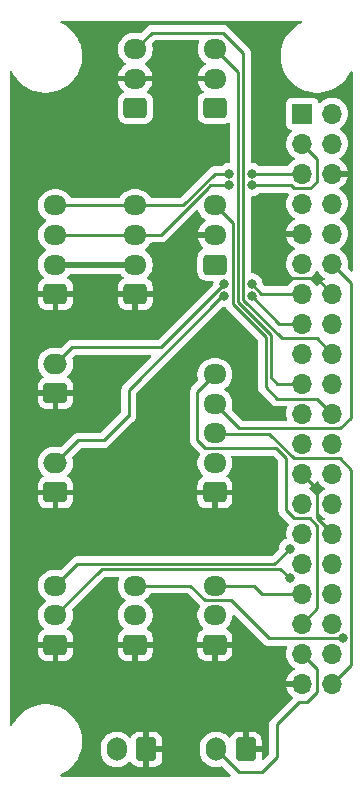
<source format=gbr>
G04 #@! TF.GenerationSoftware,KiCad,Pcbnew,8.0.4*
G04 #@! TF.CreationDate,2025-05-04T21:26:18-04:00*
G04 #@! TF.ProjectId,openduck,6f70656e-6475-4636-9b2e-6b696361645f,rev?*
G04 #@! TF.SameCoordinates,Original*
G04 #@! TF.FileFunction,Copper,L1,Top*
G04 #@! TF.FilePolarity,Positive*
%FSLAX46Y46*%
G04 Gerber Fmt 4.6, Leading zero omitted, Abs format (unit mm)*
G04 Created by KiCad (PCBNEW 8.0.4) date 2025-05-04 21:26:18*
%MOMM*%
%LPD*%
G01*
G04 APERTURE LIST*
G04 Aperture macros list*
%AMRoundRect*
0 Rectangle with rounded corners*
0 $1 Rounding radius*
0 $2 $3 $4 $5 $6 $7 $8 $9 X,Y pos of 4 corners*
0 Add a 4 corners polygon primitive as box body*
4,1,4,$2,$3,$4,$5,$6,$7,$8,$9,$2,$3,0*
0 Add four circle primitives for the rounded corners*
1,1,$1+$1,$2,$3*
1,1,$1+$1,$4,$5*
1,1,$1+$1,$6,$7*
1,1,$1+$1,$8,$9*
0 Add four rect primitives between the rounded corners*
20,1,$1+$1,$2,$3,$4,$5,0*
20,1,$1+$1,$4,$5,$6,$7,0*
20,1,$1+$1,$6,$7,$8,$9,0*
20,1,$1+$1,$8,$9,$2,$3,0*%
G04 Aperture macros list end*
G04 #@! TA.AperFunction,ComponentPad*
%ADD10RoundRect,0.250000X0.725000X-0.600000X0.725000X0.600000X-0.725000X0.600000X-0.725000X-0.600000X0*%
G04 #@! TD*
G04 #@! TA.AperFunction,ComponentPad*
%ADD11O,1.950000X1.700000*%
G04 #@! TD*
G04 #@! TA.AperFunction,ComponentPad*
%ADD12RoundRect,0.250000X0.600000X0.750000X-0.600000X0.750000X-0.600000X-0.750000X0.600000X-0.750000X0*%
G04 #@! TD*
G04 #@! TA.AperFunction,ComponentPad*
%ADD13O,1.700000X2.000000*%
G04 #@! TD*
G04 #@! TA.AperFunction,ComponentPad*
%ADD14RoundRect,0.250000X0.750000X-0.600000X0.750000X0.600000X-0.750000X0.600000X-0.750000X-0.600000X0*%
G04 #@! TD*
G04 #@! TA.AperFunction,ComponentPad*
%ADD15O,2.000000X1.700000*%
G04 #@! TD*
G04 #@! TA.AperFunction,ComponentPad*
%ADD16R,1.700000X1.700000*%
G04 #@! TD*
G04 #@! TA.AperFunction,ComponentPad*
%ADD17O,1.700000X1.700000*%
G04 #@! TD*
G04 #@! TA.AperFunction,ViaPad*
%ADD18C,0.800000*%
G04 #@! TD*
G04 #@! TA.AperFunction,Conductor*
%ADD19C,0.500000*%
G04 #@! TD*
G04 #@! TA.AperFunction,Conductor*
%ADD20C,0.250000*%
G04 #@! TD*
G04 APERTURE END LIST*
D10*
X210150000Y-49770000D03*
D11*
X210150000Y-47270000D03*
X210150000Y-44770000D03*
D10*
X196650000Y-81970000D03*
D11*
X196650000Y-79470000D03*
X196650000Y-76970000D03*
D10*
X203400000Y-52270000D03*
D11*
X203400000Y-49770000D03*
X203400000Y-47270000D03*
X203400000Y-44770000D03*
D12*
X204350000Y-90820000D03*
D13*
X201850000Y-90820000D03*
D10*
X210160000Y-36520000D03*
D11*
X210160000Y-34020000D03*
X210160000Y-31520000D03*
D10*
X210150000Y-69070000D03*
D11*
X210150000Y-66570000D03*
X210150000Y-64070000D03*
X210150000Y-61570000D03*
X210150000Y-59070000D03*
D10*
X203410000Y-36520000D03*
D11*
X203410000Y-34020000D03*
X203410000Y-31520000D03*
D10*
X196650000Y-52270000D03*
D11*
X196650000Y-49770000D03*
X196650000Y-47270000D03*
X196650000Y-44770000D03*
D12*
X212750000Y-90820000D03*
D13*
X210250000Y-90820000D03*
D10*
X210150000Y-81960000D03*
D11*
X210150000Y-79460000D03*
X210150000Y-76960000D03*
D14*
X196650000Y-69070000D03*
D15*
X196650000Y-66570000D03*
D10*
X203400000Y-81960000D03*
D11*
X203400000Y-79460000D03*
X203400000Y-76960000D03*
D14*
X196650000Y-60670000D03*
D15*
X196650000Y-58170000D03*
D16*
X217540000Y-36990000D03*
D17*
X220080000Y-36990000D03*
X217540000Y-39530000D03*
X220080000Y-39530000D03*
X217540000Y-42070000D03*
X220080000Y-42070000D03*
X217540000Y-44610000D03*
X220080000Y-44610000D03*
X217540000Y-47150000D03*
X220080000Y-47150000D03*
X217540000Y-49690000D03*
X220080000Y-49690000D03*
X217540000Y-52230000D03*
X220080000Y-52230000D03*
X217540000Y-54770000D03*
X220080000Y-54770000D03*
X217540000Y-57310000D03*
X220080000Y-57310000D03*
X217540000Y-59850000D03*
X220080000Y-59850000D03*
X217540000Y-62390000D03*
X220080000Y-62390000D03*
X217540000Y-64930000D03*
X220080000Y-64930000D03*
X217540000Y-67470000D03*
X220080000Y-67470000D03*
X217540000Y-70010000D03*
X220080000Y-70010000D03*
X217540000Y-72550000D03*
X220080000Y-72550000D03*
X217540000Y-75090000D03*
X220080000Y-75090000D03*
X217540000Y-77630000D03*
X220080000Y-77630000D03*
X217540000Y-80170000D03*
X220080000Y-80170000D03*
X217540000Y-82710000D03*
X220080000Y-82710000D03*
X217540000Y-85250000D03*
X220080000Y-85250000D03*
D18*
X214800000Y-47150000D03*
X194130000Y-80960000D03*
X205860000Y-83990000D03*
X206280000Y-38560000D03*
X215000000Y-84790000D03*
X207280000Y-38570000D03*
X204240000Y-69050000D03*
X196640000Y-42780000D03*
X207280000Y-35020000D03*
X207290000Y-34020000D03*
X201060000Y-66080000D03*
X205240000Y-70360000D03*
X214990000Y-85780000D03*
X207300000Y-33020000D03*
X214790000Y-48150000D03*
X197640000Y-42790000D03*
X205600000Y-53270000D03*
X214810000Y-46150000D03*
X194110000Y-82960000D03*
X205600000Y-51270000D03*
X207860000Y-86980000D03*
X194120000Y-81960000D03*
X204400000Y-63090000D03*
X212910000Y-70070000D03*
X195640000Y-42770000D03*
X215010000Y-83790000D03*
X201390000Y-58310000D03*
X212910000Y-69070000D03*
X214790000Y-50950000D03*
X204240000Y-70360000D03*
X205860000Y-86980000D03*
X204400000Y-64090000D03*
X203240000Y-70360000D03*
X206860000Y-83990000D03*
X214810000Y-40290000D03*
X212900000Y-60410000D03*
X194100000Y-83950000D03*
X207860000Y-83990000D03*
X205600000Y-52270000D03*
X212900000Y-61410000D03*
X204400000Y-62090000D03*
X205240000Y-69050000D03*
X198520000Y-51010000D03*
X214820000Y-39290000D03*
X201390000Y-59310000D03*
X212910000Y-68070000D03*
X203240000Y-69050000D03*
X208280000Y-38580000D03*
X198510000Y-53500000D03*
X214830000Y-38290000D03*
X201390000Y-60310000D03*
X215020000Y-82790000D03*
X212900000Y-59410000D03*
X206860000Y-86980000D03*
X216480000Y-76350000D03*
X213275000Y-42070000D03*
X211375000Y-42070000D03*
X216490000Y-73820000D03*
X213275000Y-43070003D03*
X211375000Y-43070003D03*
X220960000Y-81430000D03*
X210925001Y-52445304D03*
X213275000Y-52440000D03*
X210925000Y-51420000D03*
X213275000Y-51420000D03*
D19*
X196650000Y-49770000D02*
X203400000Y-49770000D01*
D20*
X220750000Y-66190000D02*
X216850000Y-66190000D01*
X220080000Y-85250000D02*
X221685000Y-83645000D01*
X221685000Y-83645000D02*
X221685000Y-67125000D01*
X214760000Y-64100000D02*
X210180000Y-64100000D01*
X210180000Y-64100000D02*
X210150000Y-64070000D01*
X221685000Y-67125000D02*
X220750000Y-66190000D01*
X216850000Y-66190000D02*
X214760000Y-64100000D01*
X220080000Y-52230000D02*
X218800000Y-50950000D01*
X218800000Y-50950000D02*
X217220000Y-50950000D01*
X218820000Y-71243604D02*
X220080000Y-72503604D01*
X218820000Y-68750000D02*
X218820000Y-71243604D01*
X220080000Y-72503604D02*
X220080000Y-72550000D01*
X217220000Y-50950000D02*
X215570000Y-50950000D01*
X217540000Y-67470000D02*
X218820000Y-68750000D01*
X215570000Y-50950000D02*
X214790000Y-50950000D01*
X218820000Y-78890000D02*
X218820000Y-71880000D01*
X209330000Y-65320000D02*
X208650000Y-64640000D01*
X216165000Y-66141396D02*
X215343604Y-65320000D01*
X217540000Y-80170000D02*
X218820000Y-78890000D01*
X218200000Y-71260000D02*
X216840000Y-71260000D01*
X208650000Y-60570000D02*
X210150000Y-59070000D01*
X218820000Y-71880000D02*
X218200000Y-71260000D01*
X216840000Y-71260000D02*
X216165000Y-70585000D01*
X215343604Y-65320000D02*
X209330000Y-65320000D01*
X208650000Y-64640000D02*
X208650000Y-60570000D01*
X216165000Y-70585000D02*
X216165000Y-66141396D01*
X214433452Y-60179452D02*
X214433452Y-55896548D01*
X214433452Y-55896548D02*
X211650000Y-53113097D01*
X215374000Y-61120000D02*
X214433452Y-60179452D01*
X218810000Y-61120000D02*
X215374000Y-61120000D01*
X220080000Y-62390000D02*
X218810000Y-61120000D01*
X211650000Y-46270000D02*
X210150000Y-44770000D01*
X211650000Y-53113097D02*
X211650000Y-46270000D01*
X200550000Y-75570000D02*
X196650000Y-79470000D01*
X216480000Y-76350000D02*
X215700000Y-75570000D01*
X215700000Y-75570000D02*
X200550000Y-75570000D01*
X213440000Y-76960000D02*
X210150000Y-76960000D01*
X217540000Y-77630000D02*
X214110000Y-77630000D01*
X214110000Y-77630000D02*
X213440000Y-76960000D01*
X221685000Y-62735000D02*
X220770000Y-63650000D01*
X212230000Y-63650000D02*
X210150000Y-61570000D01*
X220080000Y-49690000D02*
X221685000Y-51295000D01*
X221685000Y-51295000D02*
X221685000Y-62735000D01*
X220770000Y-63650000D02*
X212230000Y-63650000D01*
X212550000Y-31830000D02*
X212550000Y-52740305D01*
X215839695Y-56030000D02*
X218800000Y-56030000D01*
X210860000Y-30140000D02*
X212550000Y-31830000D01*
X212550000Y-52740305D02*
X215839695Y-56030000D01*
X218800000Y-56030000D02*
X220080000Y-57310000D01*
X203410000Y-31520000D02*
X204790000Y-30140000D01*
X204790000Y-30140000D02*
X210860000Y-30140000D01*
X203410000Y-31520000D02*
X203640000Y-31520000D01*
X211375000Y-42070000D02*
X210133604Y-42070000D01*
X207433604Y-44770000D02*
X203400000Y-44770000D01*
X210133604Y-42070000D02*
X207433604Y-44770000D01*
X196650000Y-44770000D02*
X203400000Y-44770000D01*
X217540000Y-42070000D02*
X213275000Y-42070000D01*
X215190000Y-75120000D02*
X212630000Y-75120000D01*
X196650000Y-76970000D02*
X198500000Y-75120000D01*
X216490000Y-73820000D02*
X215190000Y-75120000D01*
X200736396Y-75120000D02*
X212630000Y-75120000D01*
X198500000Y-75120000D02*
X200736396Y-75120000D01*
X213275000Y-43070003D02*
X216590003Y-43070003D01*
X218810000Y-40800000D02*
X218810000Y-42750000D01*
X209450000Y-43390000D02*
X209769997Y-43070003D01*
X205570000Y-47270000D02*
X209270000Y-43570000D01*
X196650000Y-47270000D02*
X203400000Y-47270000D01*
X209270000Y-43570000D02*
X209450000Y-43390000D01*
X216590003Y-43070003D02*
X216850000Y-43330000D01*
X203400000Y-47270000D02*
X205570000Y-47270000D01*
X218810000Y-42750000D02*
X218230000Y-43330000D01*
X217540000Y-39530000D02*
X218810000Y-40800000D01*
X218230000Y-43330000D02*
X216850000Y-43330000D01*
X209769997Y-43070003D02*
X211375000Y-43070003D01*
X203400000Y-76960000D02*
X208080000Y-76960000D01*
X211470000Y-78210000D02*
X209330000Y-78210000D01*
X208080000Y-76960000D02*
X209330000Y-78210000D01*
X220960000Y-81430000D02*
X214690000Y-81430000D01*
X214690000Y-81430000D02*
X211470000Y-78210000D01*
X202850000Y-62580000D02*
X202800000Y-62580000D01*
X202800000Y-62580000D02*
X200725000Y-64655000D01*
X210774696Y-52445304D02*
X202850000Y-60370000D01*
X200725000Y-64655000D02*
X198565000Y-64655000D01*
X215605000Y-54770000D02*
X217540000Y-54770000D01*
X198565000Y-64655000D02*
X196650000Y-66570000D01*
X202850000Y-60370000D02*
X202850000Y-62580000D01*
X213275000Y-52440000D02*
X215605000Y-54770000D01*
X210925001Y-52445304D02*
X210774696Y-52445304D01*
X205555000Y-56790000D02*
X198030000Y-56790000D01*
X198030000Y-56790000D02*
X196650000Y-58170000D01*
X214090305Y-52230000D02*
X217540000Y-52230000D01*
X213280305Y-51420000D02*
X214090305Y-52230000D01*
X210925000Y-51420000D02*
X205555000Y-56790000D01*
X213275000Y-51420000D02*
X213280305Y-51420000D01*
X215380000Y-88710000D02*
X215380000Y-91480000D01*
X217260000Y-86830000D02*
X215380000Y-88710000D01*
X212150000Y-92720000D02*
X210250000Y-90820000D01*
X217910000Y-86830000D02*
X217260000Y-86830000D01*
X218820000Y-83990000D02*
X218820000Y-85920000D01*
X218820000Y-85920000D02*
X217910000Y-86830000D01*
X217540000Y-82710000D02*
X218820000Y-83990000D01*
X215380000Y-91480000D02*
X214140000Y-92720000D01*
X214140000Y-92720000D02*
X212150000Y-92720000D01*
X210160000Y-31520000D02*
X210386396Y-31520000D01*
X210160000Y-31520000D02*
X212100000Y-33460000D01*
X214883452Y-59298000D02*
X214883452Y-55710152D01*
X214883452Y-55710152D02*
X214766650Y-55593350D01*
X212100000Y-52926701D02*
X214766650Y-55593350D01*
X215435452Y-59850000D02*
X214883452Y-59298000D01*
X217540000Y-59850000D02*
X215435452Y-59850000D01*
X212100000Y-33460000D02*
X212100000Y-52926701D01*
G04 #@! TA.AperFunction,Conductor*
G36*
X217517046Y-29139407D02*
G01*
X217553010Y-29188907D01*
X217553010Y-29250093D01*
X217517046Y-29299593D01*
X217501810Y-29308696D01*
X217307874Y-29402090D01*
X217307869Y-29402092D01*
X217012999Y-29587372D01*
X217012996Y-29587374D01*
X216740747Y-29804484D01*
X216494484Y-30050747D01*
X216277374Y-30322996D01*
X216277372Y-30322999D01*
X216092092Y-30617869D01*
X216092086Y-30617881D01*
X215940998Y-30931620D01*
X215940997Y-30931622D01*
X215825982Y-31260315D01*
X215748491Y-31599826D01*
X215748490Y-31599832D01*
X215709500Y-31945863D01*
X215709500Y-32294136D01*
X215748490Y-32640167D01*
X215748491Y-32640173D01*
X215825982Y-32979684D01*
X215940997Y-33308377D01*
X215940998Y-33308379D01*
X216092086Y-33622118D01*
X216092092Y-33622130D01*
X216092094Y-33622133D01*
X216227988Y-33838407D01*
X216277372Y-33917000D01*
X216277374Y-33917003D01*
X216494484Y-34189252D01*
X216494490Y-34189258D01*
X216494494Y-34189263D01*
X216740737Y-34435506D01*
X216740741Y-34435509D01*
X216740747Y-34435515D01*
X217012996Y-34652625D01*
X217013000Y-34652627D01*
X217013003Y-34652630D01*
X217307867Y-34837906D01*
X217307869Y-34837907D01*
X217307881Y-34837913D01*
X217412121Y-34888112D01*
X217621621Y-34989002D01*
X217775062Y-35042693D01*
X217950315Y-35104017D01*
X217950318Y-35104017D01*
X217950319Y-35104018D01*
X218289829Y-35181509D01*
X218383144Y-35192023D01*
X218635863Y-35220499D01*
X218635879Y-35220499D01*
X218635880Y-35220500D01*
X218635881Y-35220500D01*
X218984119Y-35220500D01*
X218984120Y-35220500D01*
X218984121Y-35220499D01*
X218984136Y-35220499D01*
X219205749Y-35195528D01*
X219330171Y-35181509D01*
X219669681Y-35104018D01*
X219998379Y-34989002D01*
X220312133Y-34837906D01*
X220606997Y-34652630D01*
X220804660Y-34495000D01*
X220879252Y-34435515D01*
X220879253Y-34435513D01*
X220879263Y-34435506D01*
X221125506Y-34189263D01*
X221342630Y-33916997D01*
X221527906Y-33622133D01*
X221621304Y-33428189D01*
X221663587Y-33383965D01*
X221723789Y-33373040D01*
X221778915Y-33399587D01*
X221807909Y-33453467D01*
X221809500Y-33471144D01*
X221809500Y-50284588D01*
X221790593Y-50342779D01*
X221741093Y-50378743D01*
X221679907Y-50378743D01*
X221640497Y-50354592D01*
X221419017Y-50133113D01*
X221391241Y-50078597D01*
X221393050Y-50038808D01*
X221424564Y-49914368D01*
X221443156Y-49690000D01*
X221424564Y-49465632D01*
X221369296Y-49247384D01*
X221278860Y-49041209D01*
X221155722Y-48852732D01*
X221155720Y-48852730D01*
X221155717Y-48852725D01*
X221003243Y-48687096D01*
X221003237Y-48687091D01*
X220825579Y-48548813D01*
X220825576Y-48548811D01*
X220800974Y-48535497D01*
X220748440Y-48507067D01*
X220706263Y-48462744D01*
X220698193Y-48402093D01*
X220727314Y-48348282D01*
X220748441Y-48332932D01*
X220825576Y-48291189D01*
X221003240Y-48152906D01*
X221124602Y-48021073D01*
X221155717Y-47987274D01*
X221155719Y-47987271D01*
X221155722Y-47987268D01*
X221278860Y-47798791D01*
X221369296Y-47592616D01*
X221424564Y-47374368D01*
X221443156Y-47150000D01*
X221424564Y-46925632D01*
X221369296Y-46707384D01*
X221278860Y-46501209D01*
X221155722Y-46312732D01*
X221155720Y-46312730D01*
X221155717Y-46312725D01*
X221003243Y-46147096D01*
X221003237Y-46147091D01*
X220825579Y-46008813D01*
X220825576Y-46008811D01*
X220817638Y-46004515D01*
X220748440Y-45967067D01*
X220706263Y-45922744D01*
X220698193Y-45862093D01*
X220727314Y-45808282D01*
X220748441Y-45792932D01*
X220825576Y-45751189D01*
X221003240Y-45612906D01*
X221076714Y-45533093D01*
X221155717Y-45447274D01*
X221155718Y-45447272D01*
X221155722Y-45447268D01*
X221278860Y-45258791D01*
X221369296Y-45052616D01*
X221424564Y-44834368D01*
X221443156Y-44610000D01*
X221424564Y-44385632D01*
X221369296Y-44167384D01*
X221278860Y-43961209D01*
X221155722Y-43772732D01*
X221155720Y-43772730D01*
X221155717Y-43772725D01*
X221003243Y-43607096D01*
X221003237Y-43607091D01*
X220825579Y-43468813D01*
X220825576Y-43468811D01*
X220743601Y-43424448D01*
X220701423Y-43380123D01*
X220693353Y-43319472D01*
X220722474Y-43265662D01*
X220748886Y-43247653D01*
X220757577Y-43243600D01*
X220951073Y-43108113D01*
X221118113Y-42941073D01*
X221253600Y-42747577D01*
X221353430Y-42533489D01*
X221410636Y-42320000D01*
X220513012Y-42320000D01*
X220545925Y-42262993D01*
X220580000Y-42135826D01*
X220580000Y-42004174D01*
X220545925Y-41877007D01*
X220513012Y-41820000D01*
X221410636Y-41820000D01*
X221353429Y-41606505D01*
X221253605Y-41392432D01*
X221253601Y-41392424D01*
X221118113Y-41198926D01*
X220951073Y-41031886D01*
X220757576Y-40896398D01*
X220757573Y-40896396D01*
X220748880Y-40892343D01*
X220704132Y-40850615D01*
X220692458Y-40790554D01*
X220718316Y-40735101D01*
X220743602Y-40715551D01*
X220748441Y-40712932D01*
X220825576Y-40671189D01*
X221003240Y-40532906D01*
X221003243Y-40532903D01*
X221155717Y-40367274D01*
X221155718Y-40367272D01*
X221155722Y-40367268D01*
X221278860Y-40178791D01*
X221369296Y-39972616D01*
X221424564Y-39754368D01*
X221443156Y-39530000D01*
X221424564Y-39305632D01*
X221369296Y-39087384D01*
X221278860Y-38881209D01*
X221155722Y-38692732D01*
X221155720Y-38692730D01*
X221155717Y-38692725D01*
X221003243Y-38527096D01*
X221003237Y-38527091D01*
X220825579Y-38388813D01*
X220825576Y-38388811D01*
X220768893Y-38358136D01*
X220748440Y-38347067D01*
X220706263Y-38302744D01*
X220698193Y-38242093D01*
X220727314Y-38188282D01*
X220748441Y-38172932D01*
X220825576Y-38131189D01*
X221003240Y-37992906D01*
X221043476Y-37949199D01*
X221155717Y-37827274D01*
X221155718Y-37827272D01*
X221155722Y-37827268D01*
X221278860Y-37638791D01*
X221369296Y-37432616D01*
X221424564Y-37214368D01*
X221443156Y-36990000D01*
X221424564Y-36765632D01*
X221369296Y-36547384D01*
X221278860Y-36341209D01*
X221155722Y-36152732D01*
X221155720Y-36152730D01*
X221155717Y-36152725D01*
X221003243Y-35987096D01*
X221003237Y-35987091D01*
X220825579Y-35848813D01*
X220825576Y-35848811D01*
X220627577Y-35741659D01*
X220611781Y-35736236D01*
X220414635Y-35668556D01*
X220414632Y-35668555D01*
X220414631Y-35668555D01*
X220192569Y-35631500D01*
X219967431Y-35631500D01*
X219745368Y-35668555D01*
X219532422Y-35741659D01*
X219334423Y-35848811D01*
X219334420Y-35848813D01*
X219156762Y-35987091D01*
X219063392Y-36088517D01*
X219010070Y-36118523D01*
X218949294Y-36111456D01*
X218904279Y-36070016D01*
X218893637Y-36036776D01*
X218893414Y-36036829D01*
X218892735Y-36033958D01*
X218892123Y-36032045D01*
X218891989Y-36030800D01*
X218875688Y-35987096D01*
X218840889Y-35893796D01*
X218753261Y-35776739D01*
X218738346Y-35765574D01*
X218636207Y-35689113D01*
X218636206Y-35689112D01*
X218636204Y-35689111D01*
X218499201Y-35638011D01*
X218499200Y-35638010D01*
X218458327Y-35633616D01*
X218438638Y-35631500D01*
X216641362Y-35631500D01*
X216625288Y-35633228D01*
X216580800Y-35638010D01*
X216505116Y-35666239D01*
X216443796Y-35689111D01*
X216443794Y-35689112D01*
X216443792Y-35689113D01*
X216326743Y-35776735D01*
X216326735Y-35776743D01*
X216239113Y-35893792D01*
X216239112Y-35893794D01*
X216239111Y-35893796D01*
X216216239Y-35955116D01*
X216188010Y-36030800D01*
X216181500Y-36091365D01*
X216181500Y-37888634D01*
X216188010Y-37949199D01*
X216188011Y-37949201D01*
X216239111Y-38086204D01*
X216239112Y-38086206D01*
X216239113Y-38086207D01*
X216272785Y-38131188D01*
X216326739Y-38203261D01*
X216443796Y-38290889D01*
X216580799Y-38341989D01*
X216580802Y-38341989D01*
X216586829Y-38343414D01*
X216586345Y-38345461D01*
X216633733Y-38366682D01*
X216664212Y-38419736D01*
X216657685Y-38480572D01*
X216628143Y-38518232D01*
X216616765Y-38527088D01*
X216616756Y-38527096D01*
X216464282Y-38692725D01*
X216384052Y-38815526D01*
X216341140Y-38881209D01*
X216250704Y-39087384D01*
X216223070Y-39196508D01*
X216195435Y-39305633D01*
X216176844Y-39530000D01*
X216195435Y-39754366D01*
X216195436Y-39754368D01*
X216250704Y-39972616D01*
X216341140Y-40178791D01*
X216464278Y-40367268D01*
X216464282Y-40367274D01*
X216616756Y-40532903D01*
X216616762Y-40532908D01*
X216794420Y-40671186D01*
X216794424Y-40671189D01*
X216841506Y-40696668D01*
X216871558Y-40712932D01*
X216913736Y-40757257D01*
X216921806Y-40817908D01*
X216892685Y-40871718D01*
X216871558Y-40887068D01*
X216794423Y-40928811D01*
X216794420Y-40928813D01*
X216616762Y-41067091D01*
X216616756Y-41067096D01*
X216464282Y-41232725D01*
X216434131Y-41278876D01*
X216360452Y-41391649D01*
X216312798Y-41430022D01*
X216277574Y-41436500D01*
X213971178Y-41436500D01*
X213912987Y-41417593D01*
X213897607Y-41403744D01*
X213886254Y-41391135D01*
X213886253Y-41391134D01*
X213731752Y-41278882D01*
X213731748Y-41278880D01*
X213731741Y-41278876D01*
X213557294Y-41201208D01*
X213557289Y-41201206D01*
X213557288Y-41201206D01*
X213557285Y-41201205D01*
X213557284Y-41201205D01*
X213521755Y-41193653D01*
X213370487Y-41161500D01*
X213370484Y-41161500D01*
X213282500Y-41161500D01*
X213224309Y-41142593D01*
X213188345Y-41093093D01*
X213183500Y-41062500D01*
X213183500Y-31767607D01*
X213183499Y-31767603D01*
X213159155Y-31645216D01*
X213140356Y-31599832D01*
X213111400Y-31529925D01*
X213042071Y-31426167D01*
X212953833Y-31337929D01*
X211263833Y-29647929D01*
X211194503Y-29601604D01*
X211160074Y-29578599D01*
X211044783Y-29530844D01*
X210922396Y-29506500D01*
X210922394Y-29506500D01*
X204727606Y-29506500D01*
X204727603Y-29506500D01*
X204605214Y-29530845D01*
X204605211Y-29530846D01*
X204571448Y-29544829D01*
X204571449Y-29544830D01*
X204489924Y-29578599D01*
X204386165Y-29647929D01*
X203876721Y-30157371D01*
X203822205Y-30185148D01*
X203791231Y-30185148D01*
X203641919Y-30161500D01*
X203641916Y-30161500D01*
X203178084Y-30161500D01*
X203178081Y-30161500D01*
X202966886Y-30194950D01*
X202763518Y-30261027D01*
X202572993Y-30358104D01*
X202399997Y-30483793D01*
X202248793Y-30634997D01*
X202123104Y-30807993D01*
X202026027Y-30998518D01*
X201959950Y-31201886D01*
X201926500Y-31413080D01*
X201926500Y-31626919D01*
X201959950Y-31838113D01*
X202026027Y-32041481D01*
X202051973Y-32092404D01*
X202123106Y-32232009D01*
X202248794Y-32405004D01*
X202399996Y-32556206D01*
X202572991Y-32681894D01*
X202572995Y-32681896D01*
X202582148Y-32686560D01*
X202625413Y-32729824D01*
X202634985Y-32790255D01*
X202607209Y-32844772D01*
X202582155Y-32862977D01*
X202577449Y-32865375D01*
X202405535Y-32990277D01*
X202255277Y-33140535D01*
X202130375Y-33312447D01*
X202033904Y-33501784D01*
X201968241Y-33703877D01*
X201957768Y-33769999D01*
X201957769Y-33770000D01*
X203005854Y-33770000D01*
X202967370Y-33836657D01*
X202935000Y-33957465D01*
X202935000Y-34082535D01*
X202967370Y-34203343D01*
X203005854Y-34270000D01*
X201957769Y-34270000D01*
X201968241Y-34336122D01*
X202033904Y-34538215D01*
X202130375Y-34727552D01*
X202255277Y-34899464D01*
X202405535Y-35049722D01*
X202408487Y-35052243D01*
X202407571Y-35053315D01*
X202440285Y-35098332D01*
X202440292Y-35159518D01*
X202404333Y-35209022D01*
X202377278Y-35222909D01*
X202362261Y-35227885D01*
X202211349Y-35320969D01*
X202085969Y-35446349D01*
X201992885Y-35597261D01*
X201937112Y-35765576D01*
X201926500Y-35869446D01*
X201926500Y-37170552D01*
X201937111Y-37274417D01*
X201937112Y-37274424D01*
X201937113Y-37274426D01*
X201992885Y-37442738D01*
X202085970Y-37593652D01*
X202211348Y-37719030D01*
X202362262Y-37812115D01*
X202530574Y-37867887D01*
X202634455Y-37878500D01*
X204185544Y-37878499D01*
X204185552Y-37878499D01*
X204289417Y-37867888D01*
X204289417Y-37867887D01*
X204289426Y-37867887D01*
X204457738Y-37812115D01*
X204608652Y-37719030D01*
X204734030Y-37593652D01*
X204827115Y-37442738D01*
X204882887Y-37274426D01*
X204893500Y-37170545D01*
X204893499Y-35869456D01*
X204893499Y-35869455D01*
X204893499Y-35869447D01*
X204882888Y-35765582D01*
X204882887Y-35765580D01*
X204882887Y-35765574D01*
X204827115Y-35597262D01*
X204734030Y-35446348D01*
X204608652Y-35320970D01*
X204457738Y-35227885D01*
X204449679Y-35225214D01*
X204442722Y-35222909D01*
X204393433Y-35186656D01*
X204374867Y-35128356D01*
X204394114Y-35070277D01*
X204411855Y-35052644D01*
X204411513Y-35052243D01*
X204414464Y-35049722D01*
X204564722Y-34899464D01*
X204689624Y-34727552D01*
X204786095Y-34538215D01*
X204851758Y-34336122D01*
X204862231Y-34270000D01*
X203814146Y-34270000D01*
X203852630Y-34203343D01*
X203885000Y-34082535D01*
X203885000Y-33957465D01*
X203852630Y-33836657D01*
X203814146Y-33770000D01*
X204862231Y-33770000D01*
X204862231Y-33769999D01*
X204851758Y-33703877D01*
X204786095Y-33501784D01*
X204689624Y-33312447D01*
X204564722Y-33140535D01*
X204414464Y-32990277D01*
X204242551Y-32865375D01*
X204237848Y-32862979D01*
X204194585Y-32819714D01*
X204185014Y-32759281D01*
X204212793Y-32704765D01*
X204237850Y-32686560D01*
X204247009Y-32681894D01*
X204420004Y-32556206D01*
X204571206Y-32405004D01*
X204696894Y-32232009D01*
X204793972Y-32041483D01*
X204860049Y-31838116D01*
X204893500Y-31626916D01*
X204893500Y-31413084D01*
X204893500Y-31413080D01*
X204860049Y-31201882D01*
X204820913Y-31081435D01*
X204820912Y-31020250D01*
X204845061Y-30980841D01*
X205023409Y-30802496D01*
X205077926Y-30774719D01*
X205093412Y-30773500D01*
X208729126Y-30773500D01*
X208787317Y-30792407D01*
X208823281Y-30841907D01*
X208823281Y-30903093D01*
X208817336Y-30917445D01*
X208776027Y-30998518D01*
X208709950Y-31201886D01*
X208676500Y-31413080D01*
X208676500Y-31626919D01*
X208709950Y-31838113D01*
X208776027Y-32041481D01*
X208801973Y-32092404D01*
X208873106Y-32232009D01*
X208998794Y-32405004D01*
X209149996Y-32556206D01*
X209322991Y-32681894D01*
X209322995Y-32681896D01*
X209332148Y-32686560D01*
X209375413Y-32729824D01*
X209384985Y-32790255D01*
X209357209Y-32844772D01*
X209332155Y-32862977D01*
X209327449Y-32865375D01*
X209155535Y-32990277D01*
X209005277Y-33140535D01*
X208880375Y-33312447D01*
X208783904Y-33501784D01*
X208718241Y-33703877D01*
X208707768Y-33769999D01*
X208707769Y-33770000D01*
X209755854Y-33770000D01*
X209717370Y-33836657D01*
X209685000Y-33957465D01*
X209685000Y-34082535D01*
X209717370Y-34203343D01*
X209755854Y-34270000D01*
X208707769Y-34270000D01*
X208718241Y-34336122D01*
X208783904Y-34538215D01*
X208880375Y-34727552D01*
X209005277Y-34899464D01*
X209155535Y-35049722D01*
X209158487Y-35052243D01*
X209157571Y-35053315D01*
X209190285Y-35098332D01*
X209190292Y-35159518D01*
X209154333Y-35209022D01*
X209127278Y-35222909D01*
X209112261Y-35227885D01*
X208961349Y-35320969D01*
X208835969Y-35446349D01*
X208742885Y-35597261D01*
X208687112Y-35765576D01*
X208676500Y-35869446D01*
X208676500Y-37170552D01*
X208687111Y-37274417D01*
X208687112Y-37274424D01*
X208687113Y-37274426D01*
X208742885Y-37442738D01*
X208835970Y-37593652D01*
X208961348Y-37719030D01*
X209112262Y-37812115D01*
X209280574Y-37867887D01*
X209384455Y-37878500D01*
X210935544Y-37878499D01*
X210935552Y-37878499D01*
X211039417Y-37867888D01*
X211039417Y-37867887D01*
X211039426Y-37867887D01*
X211207738Y-37812115D01*
X211315527Y-37745630D01*
X211374980Y-37731173D01*
X211431576Y-37754423D01*
X211463697Y-37806499D01*
X211466500Y-37829890D01*
X211466500Y-41062500D01*
X211447593Y-41120691D01*
X211398093Y-41156655D01*
X211367500Y-41161500D01*
X211279513Y-41161500D01*
X211160398Y-41186818D01*
X211092715Y-41201205D01*
X211092705Y-41201208D01*
X210918258Y-41278876D01*
X210918251Y-41278880D01*
X210763745Y-41391135D01*
X210752393Y-41403744D01*
X210699405Y-41434337D01*
X210678822Y-41436500D01*
X210071207Y-41436500D01*
X209948818Y-41460845D01*
X209948815Y-41460846D01*
X209915052Y-41474829D01*
X209915053Y-41474830D01*
X209833528Y-41508599D01*
X209729771Y-41577928D01*
X209729767Y-41577931D01*
X207200196Y-44107504D01*
X207145679Y-44135281D01*
X207130192Y-44136500D01*
X204787564Y-44136500D01*
X204729373Y-44117593D01*
X204699354Y-44082445D01*
X204686895Y-44057993D01*
X204633607Y-43984648D01*
X204561206Y-43884996D01*
X204410004Y-43733794D01*
X204237009Y-43608106D01*
X204237008Y-43608105D01*
X204237006Y-43608104D01*
X204046481Y-43511027D01*
X203843113Y-43444950D01*
X203631919Y-43411500D01*
X203631916Y-43411500D01*
X203168084Y-43411500D01*
X203168081Y-43411500D01*
X202956886Y-43444950D01*
X202753518Y-43511027D01*
X202562993Y-43608104D01*
X202389997Y-43733793D01*
X202238793Y-43884997D01*
X202113104Y-44057993D01*
X202100646Y-44082445D01*
X202057381Y-44125710D01*
X202012436Y-44136500D01*
X198037564Y-44136500D01*
X197979373Y-44117593D01*
X197949354Y-44082445D01*
X197936895Y-44057993D01*
X197883607Y-43984648D01*
X197811206Y-43884996D01*
X197660004Y-43733794D01*
X197487009Y-43608106D01*
X197487008Y-43608105D01*
X197487006Y-43608104D01*
X197296481Y-43511027D01*
X197093113Y-43444950D01*
X196881919Y-43411500D01*
X196881916Y-43411500D01*
X196418084Y-43411500D01*
X196418081Y-43411500D01*
X196206886Y-43444950D01*
X196003518Y-43511027D01*
X195812993Y-43608104D01*
X195639997Y-43733793D01*
X195488793Y-43884997D01*
X195363104Y-44057993D01*
X195266027Y-44248518D01*
X195199950Y-44451886D01*
X195166500Y-44663080D01*
X195166500Y-44876919D01*
X195199950Y-45088113D01*
X195266027Y-45291481D01*
X195357958Y-45471907D01*
X195363106Y-45482009D01*
X195488794Y-45655004D01*
X195639996Y-45806206D01*
X195769817Y-45900526D01*
X195812994Y-45931896D01*
X195816310Y-45933928D01*
X195815784Y-45934785D01*
X195856055Y-45975064D01*
X195865620Y-46035497D01*
X195837837Y-46090011D01*
X195816131Y-46105780D01*
X195816310Y-46106072D01*
X195812994Y-46108103D01*
X195639997Y-46233793D01*
X195488793Y-46384997D01*
X195363104Y-46557993D01*
X195266027Y-46748518D01*
X195199950Y-46951886D01*
X195166500Y-47163080D01*
X195166500Y-47376919D01*
X195199950Y-47588113D01*
X195266027Y-47791481D01*
X195323103Y-47903500D01*
X195363106Y-47982009D01*
X195488794Y-48155004D01*
X195639996Y-48306206D01*
X195799529Y-48422113D01*
X195812994Y-48431896D01*
X195816310Y-48433928D01*
X195815784Y-48434785D01*
X195856055Y-48475064D01*
X195865620Y-48535497D01*
X195837837Y-48590011D01*
X195816131Y-48605780D01*
X195816310Y-48606072D01*
X195812994Y-48608103D01*
X195639997Y-48733793D01*
X195488793Y-48884997D01*
X195363104Y-49057993D01*
X195266027Y-49248518D01*
X195199950Y-49451886D01*
X195166500Y-49663080D01*
X195166500Y-49876919D01*
X195199950Y-50088113D01*
X195263787Y-50284588D01*
X195266028Y-50291483D01*
X195363106Y-50482009D01*
X195488794Y-50655004D01*
X195639996Y-50806206D01*
X195642854Y-50808282D01*
X195678819Y-50857781D01*
X195678822Y-50918966D01*
X195642860Y-50968468D01*
X195615810Y-50982351D01*
X195605874Y-50985643D01*
X195456659Y-51077680D01*
X195332680Y-51201659D01*
X195240643Y-51350875D01*
X195185493Y-51517306D01*
X195175000Y-51620012D01*
X195175000Y-52019999D01*
X195175001Y-52020000D01*
X196245854Y-52020000D01*
X196207370Y-52086657D01*
X196175000Y-52207465D01*
X196175000Y-52332535D01*
X196207370Y-52453343D01*
X196245854Y-52520000D01*
X195175002Y-52520000D01*
X195175001Y-52520001D01*
X195175001Y-52919986D01*
X195185492Y-53022687D01*
X195185495Y-53022699D01*
X195240643Y-53189124D01*
X195332680Y-53338340D01*
X195456659Y-53462319D01*
X195605875Y-53554356D01*
X195772306Y-53609506D01*
X195875012Y-53619999D01*
X196399998Y-53619999D01*
X196400000Y-53619998D01*
X196400000Y-52674145D01*
X196466657Y-52712630D01*
X196587465Y-52745000D01*
X196712535Y-52745000D01*
X196833343Y-52712630D01*
X196900000Y-52674145D01*
X196900000Y-53619998D01*
X196900001Y-53619999D01*
X197424986Y-53619999D01*
X197527687Y-53609507D01*
X197527699Y-53609504D01*
X197694124Y-53554356D01*
X197843340Y-53462319D01*
X197967319Y-53338340D01*
X198059356Y-53189124D01*
X198114506Y-53022693D01*
X198125000Y-52919987D01*
X198125000Y-52520001D01*
X198124999Y-52520000D01*
X197054146Y-52520000D01*
X197092630Y-52453343D01*
X197125000Y-52332535D01*
X197125000Y-52207465D01*
X197092630Y-52086657D01*
X197054146Y-52020000D01*
X198124998Y-52020000D01*
X198124999Y-52019999D01*
X198124999Y-51620013D01*
X198114507Y-51517312D01*
X198114504Y-51517300D01*
X198059356Y-51350875D01*
X197967319Y-51201659D01*
X197843340Y-51077680D01*
X197694123Y-50985642D01*
X197684191Y-50982351D01*
X197634902Y-50946099D01*
X197616335Y-50887799D01*
X197635581Y-50829720D01*
X197657152Y-50808278D01*
X197659998Y-50806210D01*
X197660004Y-50806206D01*
X197811206Y-50655004D01*
X197873467Y-50569307D01*
X197922966Y-50533345D01*
X197953559Y-50528500D01*
X202096441Y-50528500D01*
X202154632Y-50547407D01*
X202176531Y-50569306D01*
X202238794Y-50655004D01*
X202389996Y-50806206D01*
X202392854Y-50808282D01*
X202428819Y-50857781D01*
X202428822Y-50918966D01*
X202392860Y-50968468D01*
X202365810Y-50982351D01*
X202355874Y-50985643D01*
X202206659Y-51077680D01*
X202082680Y-51201659D01*
X201990643Y-51350875D01*
X201935493Y-51517306D01*
X201925000Y-51620012D01*
X201925000Y-52019999D01*
X201925001Y-52020000D01*
X202995854Y-52020000D01*
X202957370Y-52086657D01*
X202925000Y-52207465D01*
X202925000Y-52332535D01*
X202957370Y-52453343D01*
X202995854Y-52520000D01*
X201925002Y-52520000D01*
X201925001Y-52520001D01*
X201925001Y-52919986D01*
X201935492Y-53022687D01*
X201935495Y-53022699D01*
X201990643Y-53189124D01*
X202082680Y-53338340D01*
X202206659Y-53462319D01*
X202355875Y-53554356D01*
X202522306Y-53609506D01*
X202625012Y-53619999D01*
X203149998Y-53619999D01*
X203150000Y-53619998D01*
X203150000Y-52674145D01*
X203216657Y-52712630D01*
X203337465Y-52745000D01*
X203462535Y-52745000D01*
X203583343Y-52712630D01*
X203650000Y-52674145D01*
X203650000Y-53619998D01*
X203650001Y-53619999D01*
X204174986Y-53619999D01*
X204277687Y-53609507D01*
X204277699Y-53609504D01*
X204444124Y-53554356D01*
X204593340Y-53462319D01*
X204717319Y-53338340D01*
X204809356Y-53189124D01*
X204864506Y-53022693D01*
X204875000Y-52919987D01*
X204875000Y-52520001D01*
X204874999Y-52520000D01*
X203804146Y-52520000D01*
X203842630Y-52453343D01*
X203875000Y-52332535D01*
X203875000Y-52207465D01*
X203842630Y-52086657D01*
X203804146Y-52020000D01*
X204874998Y-52020000D01*
X204874999Y-52019999D01*
X204874999Y-51620013D01*
X204864507Y-51517312D01*
X204864504Y-51517300D01*
X204809356Y-51350875D01*
X204717319Y-51201659D01*
X204593340Y-51077680D01*
X204444123Y-50985642D01*
X204434191Y-50982351D01*
X204384902Y-50946099D01*
X204366335Y-50887799D01*
X204385581Y-50829720D01*
X204407152Y-50808278D01*
X204409998Y-50806210D01*
X204410004Y-50806206D01*
X204561206Y-50655004D01*
X204686894Y-50482009D01*
X204783972Y-50291483D01*
X204850049Y-50088116D01*
X204877568Y-49914368D01*
X204883500Y-49876919D01*
X204883500Y-49663080D01*
X204861199Y-49522284D01*
X204850049Y-49451884D01*
X204783972Y-49248517D01*
X204686894Y-49057991D01*
X204561206Y-48884996D01*
X204410004Y-48733794D01*
X204237009Y-48608106D01*
X204237005Y-48608103D01*
X204233690Y-48606072D01*
X204234216Y-48605212D01*
X204193949Y-48564947D01*
X204184377Y-48504515D01*
X204212153Y-48449998D01*
X204233869Y-48434220D01*
X204233690Y-48433928D01*
X204237005Y-48431896D01*
X204237004Y-48431896D01*
X204237009Y-48431894D01*
X204410004Y-48306206D01*
X204561206Y-48155004D01*
X204686894Y-47982009D01*
X204699354Y-47957555D01*
X204742619Y-47914290D01*
X204787564Y-47903500D01*
X205632393Y-47903500D01*
X205632394Y-47903500D01*
X205754785Y-47879155D01*
X205870075Y-47831400D01*
X205973833Y-47762071D01*
X208572924Y-45162978D01*
X208627439Y-45135203D01*
X208687871Y-45144774D01*
X208731136Y-45188039D01*
X208737081Y-45202392D01*
X208766027Y-45291481D01*
X208857958Y-45471907D01*
X208863106Y-45482009D01*
X208988794Y-45655004D01*
X209139996Y-45806206D01*
X209312991Y-45931894D01*
X209312995Y-45931896D01*
X209322148Y-45936560D01*
X209365413Y-45979824D01*
X209374985Y-46040255D01*
X209347209Y-46094772D01*
X209322155Y-46112977D01*
X209317449Y-46115375D01*
X209145535Y-46240277D01*
X208995277Y-46390535D01*
X208870375Y-46562447D01*
X208773904Y-46751784D01*
X208708241Y-46953877D01*
X208697768Y-47019999D01*
X208697769Y-47020000D01*
X209745854Y-47020000D01*
X209707370Y-47086657D01*
X209675000Y-47207465D01*
X209675000Y-47332535D01*
X209707370Y-47453343D01*
X209745854Y-47520000D01*
X208697769Y-47520000D01*
X208708241Y-47586122D01*
X208773904Y-47788215D01*
X208870375Y-47977552D01*
X208995277Y-48149464D01*
X209145535Y-48299722D01*
X209148487Y-48302243D01*
X209147571Y-48303315D01*
X209180285Y-48348332D01*
X209180292Y-48409518D01*
X209144333Y-48459022D01*
X209117278Y-48472909D01*
X209102261Y-48477885D01*
X208951349Y-48570969D01*
X208825969Y-48696349D01*
X208732885Y-48847261D01*
X208677112Y-49015576D01*
X208666500Y-49119446D01*
X208666500Y-50420552D01*
X208677111Y-50524417D01*
X208677112Y-50524424D01*
X208677113Y-50524426D01*
X208732885Y-50692738D01*
X208825970Y-50843652D01*
X208951348Y-50969030D01*
X209102262Y-51062115D01*
X209270574Y-51117887D01*
X209374455Y-51128500D01*
X209932183Y-51128499D01*
X209990374Y-51147406D01*
X210026338Y-51196906D01*
X210030641Y-51237848D01*
X210013093Y-51404800D01*
X209988206Y-51460695D01*
X209984639Y-51464455D01*
X205321592Y-56127504D01*
X205267075Y-56155281D01*
X205251588Y-56156500D01*
X197967603Y-56156500D01*
X197845214Y-56180845D01*
X197845211Y-56180846D01*
X197811448Y-56194829D01*
X197811449Y-56194830D01*
X197729924Y-56228599D01*
X197626165Y-56297929D01*
X197120139Y-56803953D01*
X197065623Y-56831730D01*
X197034649Y-56831730D01*
X196906919Y-56811500D01*
X196906916Y-56811500D01*
X196393084Y-56811500D01*
X196393081Y-56811500D01*
X196181886Y-56844950D01*
X195978518Y-56911027D01*
X195787993Y-57008104D01*
X195614997Y-57133793D01*
X195463793Y-57284997D01*
X195338104Y-57457993D01*
X195241027Y-57648518D01*
X195174950Y-57851886D01*
X195141500Y-58063080D01*
X195141500Y-58276919D01*
X195174950Y-58488113D01*
X195241027Y-58691481D01*
X195270955Y-58750219D01*
X195338106Y-58882009D01*
X195463794Y-59055004D01*
X195614996Y-59206206D01*
X195617854Y-59208282D01*
X195653819Y-59257781D01*
X195653822Y-59318966D01*
X195617860Y-59368468D01*
X195590810Y-59382351D01*
X195580874Y-59385643D01*
X195431659Y-59477680D01*
X195307680Y-59601659D01*
X195215643Y-59750875D01*
X195160493Y-59917306D01*
X195150000Y-60020012D01*
X195150000Y-60419999D01*
X195150001Y-60420000D01*
X196216988Y-60420000D01*
X196184075Y-60477007D01*
X196150000Y-60604174D01*
X196150000Y-60735826D01*
X196184075Y-60862993D01*
X196216988Y-60920000D01*
X195150002Y-60920000D01*
X195150001Y-60920001D01*
X195150001Y-61319986D01*
X195160492Y-61422687D01*
X195160495Y-61422699D01*
X195215643Y-61589124D01*
X195307680Y-61738340D01*
X195431659Y-61862319D01*
X195580875Y-61954356D01*
X195747306Y-62009506D01*
X195850012Y-62019999D01*
X196399998Y-62019999D01*
X196400000Y-62019998D01*
X196400000Y-61103012D01*
X196457007Y-61135925D01*
X196584174Y-61170000D01*
X196715826Y-61170000D01*
X196842993Y-61135925D01*
X196900000Y-61103012D01*
X196900000Y-62019998D01*
X196900001Y-62019999D01*
X197449986Y-62019999D01*
X197552687Y-62009507D01*
X197552699Y-62009504D01*
X197719124Y-61954356D01*
X197868340Y-61862319D01*
X197992319Y-61738340D01*
X198084356Y-61589124D01*
X198139506Y-61422693D01*
X198150000Y-61319987D01*
X198150000Y-60920001D01*
X198149999Y-60920000D01*
X197083012Y-60920000D01*
X197115925Y-60862993D01*
X197150000Y-60735826D01*
X197150000Y-60604174D01*
X197115925Y-60477007D01*
X197083012Y-60420000D01*
X198149998Y-60420000D01*
X198149999Y-60419999D01*
X198149999Y-60020013D01*
X198139507Y-59917312D01*
X198139504Y-59917300D01*
X198084356Y-59750875D01*
X197992319Y-59601659D01*
X197868340Y-59477680D01*
X197719123Y-59385642D01*
X197709191Y-59382351D01*
X197659902Y-59346099D01*
X197641335Y-59287799D01*
X197660581Y-59229720D01*
X197682152Y-59208278D01*
X197685004Y-59206206D01*
X197836206Y-59055004D01*
X197961894Y-58882009D01*
X198058972Y-58691483D01*
X198125049Y-58488116D01*
X198145659Y-58357991D01*
X198158500Y-58276919D01*
X198158500Y-58063080D01*
X198125049Y-57851886D01*
X198125049Y-57851884D01*
X198079782Y-57712565D01*
X198079782Y-57651380D01*
X198103934Y-57611969D01*
X198123400Y-57592504D01*
X198199091Y-57516813D01*
X198263409Y-57452496D01*
X198317926Y-57424719D01*
X198333412Y-57423500D01*
X204661588Y-57423500D01*
X204719779Y-57442407D01*
X204755743Y-57491907D01*
X204755743Y-57553093D01*
X204731592Y-57592504D01*
X202357932Y-59966163D01*
X202357929Y-59966167D01*
X202288599Y-60069925D01*
X202240844Y-60185216D01*
X202216500Y-60307603D01*
X202216500Y-62226588D01*
X202197593Y-62284779D01*
X202187504Y-62296592D01*
X200491592Y-63992504D01*
X200437075Y-64020281D01*
X200421588Y-64021500D01*
X198502603Y-64021500D01*
X198380216Y-64045844D01*
X198264925Y-64093599D01*
X198161167Y-64162929D01*
X198161163Y-64162932D01*
X197120141Y-65203953D01*
X197065624Y-65231730D01*
X197034650Y-65231730D01*
X196906919Y-65211500D01*
X196906916Y-65211500D01*
X196393084Y-65211500D01*
X196393081Y-65211500D01*
X196181886Y-65244950D01*
X195978518Y-65311027D01*
X195787993Y-65408104D01*
X195614997Y-65533793D01*
X195463793Y-65684997D01*
X195338104Y-65857993D01*
X195241027Y-66048518D01*
X195174950Y-66251886D01*
X195141500Y-66463080D01*
X195141500Y-66676919D01*
X195174950Y-66888113D01*
X195234015Y-67069901D01*
X195241028Y-67091483D01*
X195338106Y-67282009D01*
X195463794Y-67455004D01*
X195614996Y-67606206D01*
X195617854Y-67608282D01*
X195653819Y-67657781D01*
X195653822Y-67718966D01*
X195617860Y-67768468D01*
X195590810Y-67782351D01*
X195580874Y-67785643D01*
X195431659Y-67877680D01*
X195307680Y-68001659D01*
X195215643Y-68150875D01*
X195160493Y-68317306D01*
X195150000Y-68420012D01*
X195150000Y-68819999D01*
X195150001Y-68820000D01*
X196216988Y-68820000D01*
X196184075Y-68877007D01*
X196150000Y-69004174D01*
X196150000Y-69135826D01*
X196184075Y-69262993D01*
X196216988Y-69320000D01*
X195150002Y-69320000D01*
X195150001Y-69320001D01*
X195150001Y-69719986D01*
X195160492Y-69822687D01*
X195160495Y-69822699D01*
X195215643Y-69989124D01*
X195307680Y-70138340D01*
X195431659Y-70262319D01*
X195580875Y-70354356D01*
X195747306Y-70409506D01*
X195850012Y-70419999D01*
X196399998Y-70419999D01*
X196400000Y-70419998D01*
X196400000Y-69503012D01*
X196457007Y-69535925D01*
X196584174Y-69570000D01*
X196715826Y-69570000D01*
X196842993Y-69535925D01*
X196900000Y-69503012D01*
X196900000Y-70419998D01*
X196900001Y-70419999D01*
X197449986Y-70419999D01*
X197552687Y-70409507D01*
X197552699Y-70409504D01*
X197719124Y-70354356D01*
X197868340Y-70262319D01*
X197992319Y-70138340D01*
X198084356Y-69989124D01*
X198139506Y-69822693D01*
X198150000Y-69719987D01*
X198150000Y-69320001D01*
X198149999Y-69320000D01*
X197083012Y-69320000D01*
X197115925Y-69262993D01*
X197150000Y-69135826D01*
X197150000Y-69004174D01*
X197115925Y-68877007D01*
X197083012Y-68820000D01*
X198149998Y-68820000D01*
X198149999Y-68819999D01*
X198149999Y-68420013D01*
X198139507Y-68317312D01*
X198139504Y-68317300D01*
X198084356Y-68150875D01*
X197992319Y-68001659D01*
X197868340Y-67877680D01*
X197719123Y-67785642D01*
X197709191Y-67782351D01*
X197659902Y-67746099D01*
X197641335Y-67687799D01*
X197660581Y-67629720D01*
X197682152Y-67608278D01*
X197684998Y-67606210D01*
X197685004Y-67606206D01*
X197836206Y-67455004D01*
X197961894Y-67282009D01*
X198058972Y-67091483D01*
X198125049Y-66888116D01*
X198158500Y-66676916D01*
X198158500Y-66463084D01*
X198158500Y-66463080D01*
X198125049Y-66251886D01*
X198125049Y-66251884D01*
X198079782Y-66112565D01*
X198079782Y-66051380D01*
X198103934Y-66011969D01*
X198798409Y-65317496D01*
X198852925Y-65289719D01*
X198868412Y-65288500D01*
X200787393Y-65288500D01*
X200787394Y-65288500D01*
X200909785Y-65264155D01*
X201025075Y-65216400D01*
X201128833Y-65147071D01*
X203109570Y-63166332D01*
X203141691Y-63144873D01*
X203147051Y-63142652D01*
X203150075Y-63141400D01*
X203253833Y-63072071D01*
X203342071Y-62983833D01*
X203411400Y-62880075D01*
X203459155Y-62764785D01*
X203483500Y-62642394D01*
X203483500Y-60673412D01*
X203502407Y-60615221D01*
X203512496Y-60603408D01*
X207107800Y-57008104D01*
X210735911Y-53379992D01*
X210790426Y-53352217D01*
X210826502Y-53353163D01*
X210829514Y-53353804D01*
X210829517Y-53353804D01*
X210997859Y-53353804D01*
X211056050Y-53372711D01*
X211085085Y-53409541D01*
X211086310Y-53408887D01*
X211088603Y-53413178D01*
X211157928Y-53516929D01*
X213770956Y-56129957D01*
X213798733Y-56184474D01*
X213799952Y-56199961D01*
X213799952Y-60241848D01*
X213824296Y-60364235D01*
X213872051Y-60479526D01*
X213876711Y-60486500D01*
X213941381Y-60583285D01*
X214970167Y-61612072D01*
X215073925Y-61681401D01*
X215155447Y-61715168D01*
X215189215Y-61729155D01*
X215311606Y-61753500D01*
X216184219Y-61753500D01*
X216242410Y-61772407D01*
X216278374Y-61821907D01*
X216278374Y-61883093D01*
X216274887Y-61892250D01*
X216250704Y-61947384D01*
X216195435Y-62165633D01*
X216176844Y-62390000D01*
X216195435Y-62614366D01*
X216213698Y-62686485D01*
X216250704Y-62832616D01*
X216250706Y-62832620D01*
X216270494Y-62877733D01*
X216276553Y-62938618D01*
X216245669Y-62991436D01*
X216189636Y-63016013D01*
X216179832Y-63016500D01*
X212533412Y-63016500D01*
X212475221Y-62997593D01*
X212463408Y-62987504D01*
X211585064Y-62109160D01*
X211557287Y-62054643D01*
X211560913Y-62008563D01*
X211578526Y-61954356D01*
X211600049Y-61888116D01*
X211618376Y-61772407D01*
X211633500Y-61676919D01*
X211633500Y-61463080D01*
X211600049Y-61251886D01*
X211600049Y-61251884D01*
X211533972Y-61048517D01*
X211436894Y-60857991D01*
X211311206Y-60684996D01*
X211160004Y-60533794D01*
X210987009Y-60408106D01*
X210987005Y-60408103D01*
X210983690Y-60406072D01*
X210984216Y-60405212D01*
X210943949Y-60364947D01*
X210934377Y-60304515D01*
X210962153Y-60249998D01*
X210983869Y-60234220D01*
X210983690Y-60233928D01*
X210987005Y-60231896D01*
X210987004Y-60231896D01*
X210987009Y-60231894D01*
X211160004Y-60106206D01*
X211311206Y-59955004D01*
X211436894Y-59782009D01*
X211533972Y-59591483D01*
X211600049Y-59388116D01*
X211626317Y-59222266D01*
X211633500Y-59176919D01*
X211633500Y-58963080D01*
X211600049Y-58751886D01*
X211600049Y-58751884D01*
X211533972Y-58548517D01*
X211436894Y-58357991D01*
X211311206Y-58184996D01*
X211160004Y-58033794D01*
X210987009Y-57908106D01*
X210987008Y-57908105D01*
X210987006Y-57908104D01*
X210796481Y-57811027D01*
X210593113Y-57744950D01*
X210381919Y-57711500D01*
X210381916Y-57711500D01*
X209918084Y-57711500D01*
X209918081Y-57711500D01*
X209706886Y-57744950D01*
X209503518Y-57811027D01*
X209312993Y-57908104D01*
X209139997Y-58033793D01*
X208988793Y-58184997D01*
X208863104Y-58357993D01*
X208766027Y-58548518D01*
X208699950Y-58751886D01*
X208666500Y-58963080D01*
X208666500Y-59176919D01*
X208699950Y-59388113D01*
X208739086Y-59508563D01*
X208739085Y-59569748D01*
X208714935Y-59609158D01*
X208246167Y-60077928D01*
X208246167Y-60077929D01*
X208157932Y-60166163D01*
X208157929Y-60166167D01*
X208088599Y-60269925D01*
X208040844Y-60385216D01*
X208016500Y-60507603D01*
X208016500Y-64702396D01*
X208040844Y-64824783D01*
X208088599Y-64940074D01*
X208088600Y-64940075D01*
X208157929Y-65043833D01*
X208157932Y-65043836D01*
X208849328Y-65735232D01*
X208877105Y-65789749D01*
X208867534Y-65850181D01*
X208863735Y-65856963D01*
X208863110Y-65857981D01*
X208766027Y-66048518D01*
X208699950Y-66251886D01*
X208666500Y-66463080D01*
X208666500Y-66676919D01*
X208699950Y-66888113D01*
X208759015Y-67069901D01*
X208766028Y-67091483D01*
X208863106Y-67282009D01*
X208988794Y-67455004D01*
X209139996Y-67606206D01*
X209142854Y-67608282D01*
X209178819Y-67657781D01*
X209178822Y-67718966D01*
X209142860Y-67768468D01*
X209115810Y-67782351D01*
X209105874Y-67785643D01*
X208956659Y-67877680D01*
X208832680Y-68001659D01*
X208740643Y-68150875D01*
X208685493Y-68317306D01*
X208675000Y-68420012D01*
X208675000Y-68819999D01*
X208675001Y-68820000D01*
X209745854Y-68820000D01*
X209707370Y-68886657D01*
X209675000Y-69007465D01*
X209675000Y-69132535D01*
X209707370Y-69253343D01*
X209745854Y-69320000D01*
X208675002Y-69320000D01*
X208675001Y-69320001D01*
X208675001Y-69719986D01*
X208685492Y-69822687D01*
X208685495Y-69822699D01*
X208740643Y-69989124D01*
X208832680Y-70138340D01*
X208956659Y-70262319D01*
X209105875Y-70354356D01*
X209272306Y-70409506D01*
X209375012Y-70419999D01*
X209899998Y-70419999D01*
X209900000Y-70419998D01*
X209900000Y-69474145D01*
X209966657Y-69512630D01*
X210087465Y-69545000D01*
X210212535Y-69545000D01*
X210333343Y-69512630D01*
X210400000Y-69474145D01*
X210400000Y-70419998D01*
X210400001Y-70419999D01*
X210924986Y-70419999D01*
X211027687Y-70409507D01*
X211027699Y-70409504D01*
X211194124Y-70354356D01*
X211343340Y-70262319D01*
X211467319Y-70138340D01*
X211559356Y-69989124D01*
X211614506Y-69822693D01*
X211625000Y-69719987D01*
X211625000Y-69320001D01*
X211624999Y-69320000D01*
X210554146Y-69320000D01*
X210592630Y-69253343D01*
X210625000Y-69132535D01*
X210625000Y-69007465D01*
X210592630Y-68886657D01*
X210554146Y-68820000D01*
X211624998Y-68820000D01*
X211624999Y-68819999D01*
X211624999Y-68420013D01*
X211614507Y-68317312D01*
X211614504Y-68317300D01*
X211559356Y-68150875D01*
X211467319Y-68001659D01*
X211343340Y-67877680D01*
X211194123Y-67785642D01*
X211184191Y-67782351D01*
X211134902Y-67746099D01*
X211116335Y-67687799D01*
X211135581Y-67629720D01*
X211157152Y-67608278D01*
X211159998Y-67606210D01*
X211160004Y-67606206D01*
X211311206Y-67455004D01*
X211436894Y-67282009D01*
X211533972Y-67091483D01*
X211600049Y-66888116D01*
X211633500Y-66676916D01*
X211633500Y-66463084D01*
X211633500Y-66463080D01*
X211600049Y-66251886D01*
X211600049Y-66251884D01*
X211545206Y-66083092D01*
X211545207Y-66021907D01*
X211581171Y-65972407D01*
X211639361Y-65953500D01*
X215040192Y-65953500D01*
X215098383Y-65972407D01*
X215110196Y-65982496D01*
X215502504Y-66374804D01*
X215530281Y-66429321D01*
X215531500Y-66444808D01*
X215531500Y-70647396D01*
X215555844Y-70769783D01*
X215603599Y-70885074D01*
X215603600Y-70885075D01*
X215672929Y-70988833D01*
X215672932Y-70988836D01*
X216380776Y-71696680D01*
X216408553Y-71751197D01*
X216398982Y-71811629D01*
X216393652Y-71820831D01*
X216341140Y-71901208D01*
X216341140Y-71901209D01*
X216250704Y-72107384D01*
X216223070Y-72216508D01*
X216195435Y-72325633D01*
X216176844Y-72550000D01*
X216195435Y-72774366D01*
X216195435Y-72774367D01*
X216216455Y-72857370D01*
X216212411Y-72918422D01*
X216173254Y-72965436D01*
X216160751Y-72972114D01*
X216033254Y-73028878D01*
X216033251Y-73028880D01*
X215878745Y-73141135D01*
X215750958Y-73283058D01*
X215750958Y-73283059D01*
X215655477Y-73448434D01*
X215655471Y-73448448D01*
X215596459Y-73630066D01*
X215578093Y-73804800D01*
X215553206Y-73860695D01*
X215549639Y-73864454D01*
X214956593Y-74457503D01*
X214902076Y-74485281D01*
X214886589Y-74486500D01*
X198437603Y-74486500D01*
X198315216Y-74510844D01*
X198199925Y-74558599D01*
X198096167Y-74627929D01*
X198096163Y-74627932D01*
X197116723Y-75607371D01*
X197062206Y-75635148D01*
X197031233Y-75635148D01*
X196881920Y-75611500D01*
X196881916Y-75611500D01*
X196418084Y-75611500D01*
X196418081Y-75611500D01*
X196206886Y-75644950D01*
X196003518Y-75711027D01*
X195812993Y-75808104D01*
X195639997Y-75933793D01*
X195488793Y-76084997D01*
X195363104Y-76257993D01*
X195266027Y-76448518D01*
X195199950Y-76651886D01*
X195166500Y-76863080D01*
X195166500Y-77076919D01*
X195199950Y-77288113D01*
X195266027Y-77491481D01*
X195358010Y-77672009D01*
X195363106Y-77682009D01*
X195488794Y-77855004D01*
X195639996Y-78006206D01*
X195810384Y-78130000D01*
X195812994Y-78131896D01*
X195816310Y-78133928D01*
X195815784Y-78134785D01*
X195856055Y-78175064D01*
X195865620Y-78235497D01*
X195837837Y-78290011D01*
X195816131Y-78305780D01*
X195816310Y-78306072D01*
X195812994Y-78308103D01*
X195639997Y-78433793D01*
X195488793Y-78584997D01*
X195363104Y-78757993D01*
X195266027Y-78948518D01*
X195199950Y-79151886D01*
X195166500Y-79363080D01*
X195166500Y-79576919D01*
X195199950Y-79788113D01*
X195266027Y-79991481D01*
X195358010Y-80172009D01*
X195363106Y-80182009D01*
X195488794Y-80355004D01*
X195639996Y-80506206D01*
X195642854Y-80508282D01*
X195678819Y-80557781D01*
X195678822Y-80618966D01*
X195642860Y-80668468D01*
X195615810Y-80682351D01*
X195605874Y-80685643D01*
X195456659Y-80777680D01*
X195332680Y-80901659D01*
X195240643Y-81050875D01*
X195185493Y-81217306D01*
X195175000Y-81320012D01*
X195175000Y-81719999D01*
X195175001Y-81720000D01*
X196245854Y-81720000D01*
X196207370Y-81786657D01*
X196175000Y-81907465D01*
X196175000Y-82032535D01*
X196207370Y-82153343D01*
X196245854Y-82220000D01*
X195175002Y-82220000D01*
X195175001Y-82220001D01*
X195175001Y-82619986D01*
X195185492Y-82722687D01*
X195185495Y-82722699D01*
X195240643Y-82889124D01*
X195332680Y-83038340D01*
X195456659Y-83162319D01*
X195605875Y-83254356D01*
X195772306Y-83309506D01*
X195875012Y-83319999D01*
X196399998Y-83319999D01*
X196400000Y-83319998D01*
X196400000Y-82374145D01*
X196466657Y-82412630D01*
X196587465Y-82445000D01*
X196712535Y-82445000D01*
X196833343Y-82412630D01*
X196900000Y-82374145D01*
X196900000Y-83319998D01*
X196900001Y-83319999D01*
X197424986Y-83319999D01*
X197527687Y-83309507D01*
X197527699Y-83309504D01*
X197694124Y-83254356D01*
X197843340Y-83162319D01*
X197967319Y-83038340D01*
X198059356Y-82889124D01*
X198114506Y-82722693D01*
X198125000Y-82619987D01*
X198125000Y-82220001D01*
X198124999Y-82220000D01*
X197054146Y-82220000D01*
X197092630Y-82153343D01*
X197125000Y-82032535D01*
X197125000Y-81907465D01*
X197092630Y-81786657D01*
X197054146Y-81720000D01*
X198124998Y-81720000D01*
X198124999Y-81719999D01*
X198124999Y-81320013D01*
X198114507Y-81217312D01*
X198114504Y-81217300D01*
X198059356Y-81050875D01*
X197967319Y-80901659D01*
X197843340Y-80777680D01*
X197694123Y-80685642D01*
X197684191Y-80682351D01*
X197634902Y-80646099D01*
X197616335Y-80587799D01*
X197635581Y-80529720D01*
X197657152Y-80508278D01*
X197659998Y-80506210D01*
X197660004Y-80506206D01*
X197811206Y-80355004D01*
X197936894Y-80182009D01*
X198033972Y-79991483D01*
X198100049Y-79788116D01*
X198133500Y-79576916D01*
X198133500Y-79363084D01*
X198133500Y-79363080D01*
X198102458Y-79167094D01*
X198100049Y-79151884D01*
X198060913Y-79031434D01*
X198060914Y-78970249D01*
X198085062Y-78930840D01*
X200783408Y-76232496D01*
X200837925Y-76204719D01*
X200853412Y-76203500D01*
X201974222Y-76203500D01*
X202032413Y-76222407D01*
X202068377Y-76271907D01*
X202068377Y-76333093D01*
X202062431Y-76347445D01*
X202016030Y-76438509D01*
X202016028Y-76438515D01*
X201949950Y-76641886D01*
X201916500Y-76853080D01*
X201916500Y-77066919D01*
X201949950Y-77278113D01*
X202016027Y-77481481D01*
X202087877Y-77622496D01*
X202113106Y-77672009D01*
X202238794Y-77845004D01*
X202389996Y-77996206D01*
X202527248Y-78095925D01*
X202562994Y-78121896D01*
X202566310Y-78123928D01*
X202565784Y-78124785D01*
X202606055Y-78165064D01*
X202615620Y-78225497D01*
X202587837Y-78280011D01*
X202566131Y-78295780D01*
X202566310Y-78296072D01*
X202562994Y-78298103D01*
X202389997Y-78423793D01*
X202238793Y-78574997D01*
X202113104Y-78747993D01*
X202016027Y-78938518D01*
X201949950Y-79141886D01*
X201916500Y-79353080D01*
X201916500Y-79566919D01*
X201949950Y-79778113D01*
X201949951Y-79778116D01*
X202016028Y-79981483D01*
X202113106Y-80172009D01*
X202238794Y-80345004D01*
X202389996Y-80496206D01*
X202392854Y-80498282D01*
X202428819Y-80547781D01*
X202428822Y-80608966D01*
X202392860Y-80658468D01*
X202365810Y-80672351D01*
X202355874Y-80675643D01*
X202206659Y-80767680D01*
X202082680Y-80891659D01*
X201990643Y-81040875D01*
X201935493Y-81207306D01*
X201925000Y-81310012D01*
X201925000Y-81709999D01*
X201925001Y-81710000D01*
X202995854Y-81710000D01*
X202957370Y-81776657D01*
X202925000Y-81897465D01*
X202925000Y-82022535D01*
X202957370Y-82143343D01*
X202995854Y-82210000D01*
X201925002Y-82210000D01*
X201925001Y-82210001D01*
X201925001Y-82609986D01*
X201935492Y-82712687D01*
X201935495Y-82712699D01*
X201990643Y-82879124D01*
X202082680Y-83028340D01*
X202206659Y-83152319D01*
X202355875Y-83244356D01*
X202522306Y-83299506D01*
X202625012Y-83309999D01*
X203149998Y-83309999D01*
X203150000Y-83309998D01*
X203150000Y-82364145D01*
X203216657Y-82402630D01*
X203337465Y-82435000D01*
X203462535Y-82435000D01*
X203583343Y-82402630D01*
X203650000Y-82364145D01*
X203650000Y-83309998D01*
X203650001Y-83309999D01*
X204174986Y-83309999D01*
X204277687Y-83299507D01*
X204277699Y-83299504D01*
X204444124Y-83244356D01*
X204593340Y-83152319D01*
X204717319Y-83028340D01*
X204809356Y-82879124D01*
X204864506Y-82712693D01*
X204875000Y-82609987D01*
X204875000Y-82210001D01*
X204874999Y-82210000D01*
X203804146Y-82210000D01*
X203842630Y-82143343D01*
X203875000Y-82022535D01*
X203875000Y-81897465D01*
X203842630Y-81776657D01*
X203804146Y-81710000D01*
X204874998Y-81710000D01*
X204874999Y-81709999D01*
X204874999Y-81310013D01*
X204864507Y-81207312D01*
X204864504Y-81207300D01*
X204809356Y-81040875D01*
X204717319Y-80891659D01*
X204593340Y-80767680D01*
X204444123Y-80675642D01*
X204434191Y-80672351D01*
X204384902Y-80636099D01*
X204366335Y-80577799D01*
X204385581Y-80519720D01*
X204407152Y-80498278D01*
X204409998Y-80496210D01*
X204410004Y-80496206D01*
X204561206Y-80345004D01*
X204686894Y-80172009D01*
X204783972Y-79981483D01*
X204850049Y-79778116D01*
X204881916Y-79576919D01*
X204883500Y-79566919D01*
X204883500Y-79353080D01*
X204850049Y-79141886D01*
X204850049Y-79141884D01*
X204783972Y-78938517D01*
X204686894Y-78747991D01*
X204561206Y-78574996D01*
X204410004Y-78423794D01*
X204266686Y-78319667D01*
X204237005Y-78298103D01*
X204233690Y-78296072D01*
X204234216Y-78295212D01*
X204193949Y-78254947D01*
X204184377Y-78194515D01*
X204212153Y-78139998D01*
X204233869Y-78124220D01*
X204233690Y-78123928D01*
X204237005Y-78121896D01*
X204237004Y-78121896D01*
X204237009Y-78121894D01*
X204410004Y-77996206D01*
X204561206Y-77845004D01*
X204686894Y-77672009D01*
X204696341Y-77653466D01*
X204699354Y-77647555D01*
X204742619Y-77604290D01*
X204787564Y-77593500D01*
X207776588Y-77593500D01*
X207834779Y-77612407D01*
X207846592Y-77622496D01*
X208849328Y-78625232D01*
X208877105Y-78679749D01*
X208867534Y-78740181D01*
X208863735Y-78746963D01*
X208863110Y-78747981D01*
X208766027Y-78938518D01*
X208699950Y-79141886D01*
X208666500Y-79353080D01*
X208666500Y-79566919D01*
X208699950Y-79778113D01*
X208699951Y-79778116D01*
X208766028Y-79981483D01*
X208863106Y-80172009D01*
X208988794Y-80345004D01*
X209139996Y-80496206D01*
X209142854Y-80498282D01*
X209178819Y-80547781D01*
X209178822Y-80608966D01*
X209142860Y-80658468D01*
X209115810Y-80672351D01*
X209105874Y-80675643D01*
X208956659Y-80767680D01*
X208832680Y-80891659D01*
X208740643Y-81040875D01*
X208685493Y-81207306D01*
X208675000Y-81310012D01*
X208675000Y-81709999D01*
X208675001Y-81710000D01*
X209745854Y-81710000D01*
X209707370Y-81776657D01*
X209675000Y-81897465D01*
X209675000Y-82022535D01*
X209707370Y-82143343D01*
X209745854Y-82210000D01*
X208675002Y-82210000D01*
X208675001Y-82210001D01*
X208675001Y-82609986D01*
X208685492Y-82712687D01*
X208685495Y-82712699D01*
X208740643Y-82879124D01*
X208832680Y-83028340D01*
X208956659Y-83152319D01*
X209105875Y-83244356D01*
X209272306Y-83299506D01*
X209375012Y-83309999D01*
X209899998Y-83309999D01*
X209900000Y-83309998D01*
X209900000Y-82364145D01*
X209966657Y-82402630D01*
X210087465Y-82435000D01*
X210212535Y-82435000D01*
X210333343Y-82402630D01*
X210400000Y-82364145D01*
X210400000Y-83309998D01*
X210400001Y-83309999D01*
X210924986Y-83309999D01*
X211027687Y-83299507D01*
X211027699Y-83299504D01*
X211194124Y-83244356D01*
X211343340Y-83152319D01*
X211467319Y-83028340D01*
X211559356Y-82879124D01*
X211614506Y-82712693D01*
X211625000Y-82609987D01*
X211625000Y-82210001D01*
X211624999Y-82210000D01*
X210554146Y-82210000D01*
X210592630Y-82143343D01*
X210625000Y-82022535D01*
X210625000Y-81897465D01*
X210592630Y-81776657D01*
X210554146Y-81710000D01*
X211624998Y-81710000D01*
X211624999Y-81709999D01*
X211624999Y-81310013D01*
X211614507Y-81207312D01*
X211614504Y-81207300D01*
X211559356Y-81040875D01*
X211467319Y-80891659D01*
X211343340Y-80767680D01*
X211194123Y-80675642D01*
X211184191Y-80672351D01*
X211134902Y-80636099D01*
X211116335Y-80577799D01*
X211135581Y-80519720D01*
X211157152Y-80498278D01*
X211159998Y-80496210D01*
X211160004Y-80496206D01*
X211311206Y-80345004D01*
X211436894Y-80172009D01*
X211533972Y-79981483D01*
X211600049Y-79778116D01*
X211631916Y-79576919D01*
X211633500Y-79566919D01*
X211633500Y-79508412D01*
X211652407Y-79450221D01*
X211701907Y-79414257D01*
X211763093Y-79414257D01*
X211802503Y-79438407D01*
X214286167Y-81922072D01*
X214348024Y-81963403D01*
X214389918Y-81991397D01*
X214389920Y-81991398D01*
X214389925Y-81991401D01*
X214452614Y-82017367D01*
X214452615Y-82017368D01*
X214478914Y-82028261D01*
X214505215Y-82039155D01*
X214627606Y-82063500D01*
X214627607Y-82063500D01*
X214752394Y-82063500D01*
X216188605Y-82063500D01*
X216246796Y-82082407D01*
X216282760Y-82131907D01*
X216282760Y-82193093D01*
X216279268Y-82202261D01*
X216250704Y-82267384D01*
X216232291Y-82340095D01*
X216195435Y-82485633D01*
X216176844Y-82710000D01*
X216195435Y-82934366D01*
X216195436Y-82934368D01*
X216250704Y-83152616D01*
X216341140Y-83358791D01*
X216464278Y-83547268D01*
X216464282Y-83547274D01*
X216616756Y-83712903D01*
X216616762Y-83712908D01*
X216794420Y-83851186D01*
X216794424Y-83851189D01*
X216794428Y-83851191D01*
X216876398Y-83895551D01*
X216918577Y-83939875D01*
X216926647Y-84000526D01*
X216897526Y-84054337D01*
X216871122Y-84072342D01*
X216862429Y-84076395D01*
X216862424Y-84076398D01*
X216668926Y-84211886D01*
X216501886Y-84378926D01*
X216366398Y-84572424D01*
X216366394Y-84572432D01*
X216266570Y-84786505D01*
X216209364Y-85000000D01*
X217106988Y-85000000D01*
X217074075Y-85057007D01*
X217040000Y-85184174D01*
X217040000Y-85315826D01*
X217074075Y-85442993D01*
X217106988Y-85500000D01*
X216209364Y-85500000D01*
X216266569Y-85713489D01*
X216366399Y-85927577D01*
X216501886Y-86121073D01*
X216668926Y-86288113D01*
X216711706Y-86318068D01*
X216748528Y-86366933D01*
X216749596Y-86428109D01*
X216724926Y-86469168D01*
X214976167Y-88217929D01*
X214887932Y-88306163D01*
X214887929Y-88306167D01*
X214818599Y-88409925D01*
X214770844Y-88525216D01*
X214746500Y-88647603D01*
X214746500Y-91176587D01*
X214727593Y-91234778D01*
X214717504Y-91246591D01*
X214268865Y-91695230D01*
X214214348Y-91723007D01*
X214153916Y-91713436D01*
X214110651Y-91670171D01*
X214100482Y-91622499D01*
X214100000Y-91622499D01*
X214100000Y-91620237D01*
X214099989Y-91620186D01*
X214100000Y-91619970D01*
X214100000Y-91070001D01*
X214099999Y-91070000D01*
X213183012Y-91070000D01*
X213215925Y-91012993D01*
X213250000Y-90885826D01*
X213250000Y-90754174D01*
X213215925Y-90627007D01*
X213183012Y-90570000D01*
X214099998Y-90570000D01*
X214099999Y-90569999D01*
X214099999Y-90020013D01*
X214089507Y-89917312D01*
X214089504Y-89917300D01*
X214034356Y-89750875D01*
X213942319Y-89601659D01*
X213818340Y-89477680D01*
X213669124Y-89385643D01*
X213502693Y-89330493D01*
X213399987Y-89320000D01*
X213000001Y-89320000D01*
X213000000Y-89320001D01*
X213000000Y-90386988D01*
X212942993Y-90354075D01*
X212815826Y-90320000D01*
X212684174Y-90320000D01*
X212557007Y-90354075D01*
X212500000Y-90386988D01*
X212500000Y-89320001D01*
X212499999Y-89320000D01*
X212100013Y-89320000D01*
X211997312Y-89330492D01*
X211997300Y-89330495D01*
X211830875Y-89385643D01*
X211681659Y-89477680D01*
X211557680Y-89601659D01*
X211465643Y-89750874D01*
X211462351Y-89760810D01*
X211426098Y-89810098D01*
X211367797Y-89828664D01*
X211309718Y-89809417D01*
X211288284Y-89787856D01*
X211286209Y-89785000D01*
X211286208Y-89784999D01*
X211286206Y-89784996D01*
X211135004Y-89633794D01*
X210962009Y-89508106D01*
X210962008Y-89508105D01*
X210962006Y-89508104D01*
X210771481Y-89411027D01*
X210568113Y-89344950D01*
X210356919Y-89311500D01*
X210356916Y-89311500D01*
X210143084Y-89311500D01*
X210143081Y-89311500D01*
X209931886Y-89344950D01*
X209728518Y-89411027D01*
X209537993Y-89508104D01*
X209364997Y-89633793D01*
X209213793Y-89784997D01*
X209088104Y-89957993D01*
X208991027Y-90148518D01*
X208924950Y-90351886D01*
X208891500Y-90563080D01*
X208891500Y-91076919D01*
X208924950Y-91288113D01*
X208991027Y-91491481D01*
X209087077Y-91679991D01*
X209088106Y-91682009D01*
X209213794Y-91855004D01*
X209364996Y-92006206D01*
X209537991Y-92131894D01*
X209728517Y-92228972D01*
X209931884Y-92295049D01*
X210016364Y-92308429D01*
X210143081Y-92328500D01*
X210143084Y-92328500D01*
X210356919Y-92328500D01*
X210568111Y-92295050D01*
X210568112Y-92295049D01*
X210568116Y-92295049D01*
X210707434Y-92249782D01*
X210768618Y-92249782D01*
X210808029Y-92273933D01*
X211484591Y-92950496D01*
X211512368Y-93005013D01*
X211502797Y-93065445D01*
X211459532Y-93108710D01*
X211414587Y-93119500D01*
X197161145Y-93119500D01*
X197102954Y-93100593D01*
X197066990Y-93051093D01*
X197066990Y-92989907D01*
X197102954Y-92940407D01*
X197118190Y-92931304D01*
X197312133Y-92837906D01*
X197606997Y-92652630D01*
X197879263Y-92435506D01*
X198125506Y-92189263D01*
X198342630Y-91916997D01*
X198527906Y-91622133D01*
X198679002Y-91308379D01*
X198794018Y-90979681D01*
X198871509Y-90640171D01*
X198880195Y-90563080D01*
X200491500Y-90563080D01*
X200491500Y-91076919D01*
X200524950Y-91288113D01*
X200591027Y-91491481D01*
X200687077Y-91679991D01*
X200688106Y-91682009D01*
X200813794Y-91855004D01*
X200964996Y-92006206D01*
X201137991Y-92131894D01*
X201328517Y-92228972D01*
X201531884Y-92295049D01*
X201616364Y-92308429D01*
X201743081Y-92328500D01*
X201743084Y-92328500D01*
X201956919Y-92328500D01*
X202076832Y-92309507D01*
X202168116Y-92295049D01*
X202371483Y-92228972D01*
X202562009Y-92131894D01*
X202735004Y-92006206D01*
X202886206Y-91855004D01*
X202888278Y-91852151D01*
X202937773Y-91816182D01*
X202998959Y-91816175D01*
X203048463Y-91852133D01*
X203062351Y-91879191D01*
X203065642Y-91889123D01*
X203157680Y-92038340D01*
X203281659Y-92162319D01*
X203430875Y-92254356D01*
X203597306Y-92309506D01*
X203700012Y-92319999D01*
X204099998Y-92319999D01*
X204100000Y-92319998D01*
X204100000Y-91253012D01*
X204157007Y-91285925D01*
X204284174Y-91320000D01*
X204415826Y-91320000D01*
X204542993Y-91285925D01*
X204600000Y-91253012D01*
X204600000Y-92319998D01*
X204600001Y-92319999D01*
X204999986Y-92319999D01*
X205102687Y-92309507D01*
X205102699Y-92309504D01*
X205269124Y-92254356D01*
X205418340Y-92162319D01*
X205542319Y-92038340D01*
X205634356Y-91889124D01*
X205689506Y-91722693D01*
X205700000Y-91619987D01*
X205700000Y-91070001D01*
X205699999Y-91070000D01*
X204783012Y-91070000D01*
X204815925Y-91012993D01*
X204850000Y-90885826D01*
X204850000Y-90754174D01*
X204815925Y-90627007D01*
X204783012Y-90570000D01*
X205699998Y-90570000D01*
X205699999Y-90569999D01*
X205699999Y-90020013D01*
X205689507Y-89917312D01*
X205689504Y-89917300D01*
X205634356Y-89750875D01*
X205542319Y-89601659D01*
X205418340Y-89477680D01*
X205269124Y-89385643D01*
X205102693Y-89330493D01*
X204999987Y-89320000D01*
X204600001Y-89320000D01*
X204600000Y-89320001D01*
X204600000Y-90386988D01*
X204542993Y-90354075D01*
X204415826Y-90320000D01*
X204284174Y-90320000D01*
X204157007Y-90354075D01*
X204100000Y-90386988D01*
X204100000Y-89320001D01*
X204099999Y-89320000D01*
X203700013Y-89320000D01*
X203597312Y-89330492D01*
X203597300Y-89330495D01*
X203430875Y-89385643D01*
X203281659Y-89477680D01*
X203157680Y-89601659D01*
X203065643Y-89750874D01*
X203062351Y-89760810D01*
X203026098Y-89810098D01*
X202967797Y-89828664D01*
X202909718Y-89809417D01*
X202888284Y-89787856D01*
X202886209Y-89785000D01*
X202886208Y-89784999D01*
X202886206Y-89784996D01*
X202735004Y-89633794D01*
X202562009Y-89508106D01*
X202562008Y-89508105D01*
X202562006Y-89508104D01*
X202371481Y-89411027D01*
X202168113Y-89344950D01*
X201956919Y-89311500D01*
X201956916Y-89311500D01*
X201743084Y-89311500D01*
X201743081Y-89311500D01*
X201531886Y-89344950D01*
X201328518Y-89411027D01*
X201137993Y-89508104D01*
X200964997Y-89633793D01*
X200813793Y-89784997D01*
X200688104Y-89957993D01*
X200591027Y-90148518D01*
X200524950Y-90351886D01*
X200491500Y-90563080D01*
X198880195Y-90563080D01*
X198903745Y-90354075D01*
X198910499Y-90294136D01*
X198910500Y-90294119D01*
X198910500Y-89945880D01*
X198910499Y-89945863D01*
X198871509Y-89599832D01*
X198871508Y-89599826D01*
X198810034Y-89330492D01*
X198794018Y-89260319D01*
X198679002Y-88931621D01*
X198527906Y-88617867D01*
X198342630Y-88323003D01*
X198342627Y-88322999D01*
X198342625Y-88322996D01*
X198125515Y-88050747D01*
X198125509Y-88050741D01*
X198125506Y-88050737D01*
X197879263Y-87804494D01*
X197879258Y-87804490D01*
X197879252Y-87804484D01*
X197607003Y-87587374D01*
X197607000Y-87587372D01*
X197312130Y-87402092D01*
X197312118Y-87402086D01*
X196998379Y-87250998D01*
X196998377Y-87250997D01*
X196669684Y-87135982D01*
X196330173Y-87058491D01*
X196330167Y-87058490D01*
X195984136Y-87019500D01*
X195984120Y-87019500D01*
X195635880Y-87019500D01*
X195635863Y-87019500D01*
X195289832Y-87058490D01*
X195289826Y-87058491D01*
X194950315Y-87135982D01*
X194621622Y-87250997D01*
X194621620Y-87250998D01*
X194307881Y-87402086D01*
X194307869Y-87402092D01*
X194012999Y-87587372D01*
X194012996Y-87587374D01*
X193740747Y-87804484D01*
X193494484Y-88050747D01*
X193277374Y-88322996D01*
X193277372Y-88322999D01*
X193092092Y-88617869D01*
X193092090Y-88617874D01*
X192998696Y-88811810D01*
X192956413Y-88856034D01*
X192896211Y-88866959D01*
X192841085Y-88840412D01*
X192812091Y-88786532D01*
X192810500Y-88768855D01*
X192810500Y-33471144D01*
X192829407Y-33412953D01*
X192878907Y-33376989D01*
X192940093Y-33376989D01*
X192989593Y-33412953D01*
X192998696Y-33428190D01*
X193092086Y-33622118D01*
X193092092Y-33622130D01*
X193092094Y-33622133D01*
X193227988Y-33838407D01*
X193277372Y-33917000D01*
X193277374Y-33917003D01*
X193494484Y-34189252D01*
X193494490Y-34189258D01*
X193494494Y-34189263D01*
X193740737Y-34435506D01*
X193740741Y-34435509D01*
X193740747Y-34435515D01*
X194012996Y-34652625D01*
X194013000Y-34652627D01*
X194013003Y-34652630D01*
X194307867Y-34837906D01*
X194307869Y-34837907D01*
X194307881Y-34837913D01*
X194412121Y-34888112D01*
X194621621Y-34989002D01*
X194775062Y-35042693D01*
X194950315Y-35104017D01*
X194950318Y-35104017D01*
X194950319Y-35104018D01*
X195289829Y-35181509D01*
X195383144Y-35192023D01*
X195635863Y-35220499D01*
X195635879Y-35220499D01*
X195635880Y-35220500D01*
X195635881Y-35220500D01*
X195984119Y-35220500D01*
X195984120Y-35220500D01*
X195984121Y-35220499D01*
X195984136Y-35220499D01*
X196205749Y-35195528D01*
X196330171Y-35181509D01*
X196669681Y-35104018D01*
X196998379Y-34989002D01*
X197312133Y-34837906D01*
X197606997Y-34652630D01*
X197804660Y-34495000D01*
X197879252Y-34435515D01*
X197879253Y-34435513D01*
X197879263Y-34435506D01*
X198125506Y-34189263D01*
X198342630Y-33916997D01*
X198527906Y-33622133D01*
X198679002Y-33308379D01*
X198794018Y-32979681D01*
X198871509Y-32640171D01*
X198885528Y-32515749D01*
X198910499Y-32294136D01*
X198910500Y-32294119D01*
X198910500Y-31945880D01*
X198910499Y-31945863D01*
X198871509Y-31599832D01*
X198871508Y-31599826D01*
X198828885Y-31413084D01*
X198794018Y-31260319D01*
X198773571Y-31201886D01*
X198710567Y-31021830D01*
X198679002Y-30931621D01*
X198578112Y-30722121D01*
X198527913Y-30617881D01*
X198527907Y-30617869D01*
X198415701Y-30439295D01*
X198342630Y-30323003D01*
X198342627Y-30322999D01*
X198342625Y-30322996D01*
X198125515Y-30050747D01*
X198125509Y-30050741D01*
X198125506Y-30050737D01*
X197879263Y-29804494D01*
X197879258Y-29804490D01*
X197879252Y-29804484D01*
X197607003Y-29587374D01*
X197607000Y-29587372D01*
X197312130Y-29402092D01*
X197312125Y-29402090D01*
X197118190Y-29308696D01*
X197073966Y-29266413D01*
X197063041Y-29206211D01*
X197089588Y-29151085D01*
X197143468Y-29122091D01*
X197161145Y-29120500D01*
X217458855Y-29120500D01*
X217517046Y-29139407D01*
G37*
G04 #@! TD.AperFunction*
G04 #@! TA.AperFunction,Conductor*
G36*
X218887108Y-70668817D02*
G01*
X218892878Y-70676759D01*
X219004277Y-70847268D01*
X219004280Y-70847271D01*
X219156756Y-71012903D01*
X219156762Y-71012908D01*
X219325396Y-71144162D01*
X219334424Y-71151189D01*
X219334428Y-71151191D01*
X219416398Y-71195551D01*
X219458577Y-71239875D01*
X219466647Y-71300526D01*
X219437526Y-71354337D01*
X219411122Y-71372342D01*
X219402429Y-71376395D01*
X219402420Y-71376401D01*
X219358647Y-71407050D01*
X219300135Y-71424938D01*
X219242283Y-71405017D01*
X219231861Y-71395957D01*
X218699222Y-70863318D01*
X218671445Y-70808801D01*
X218681016Y-70748369D01*
X218686339Y-70739178D01*
X218727121Y-70676757D01*
X218774776Y-70638385D01*
X218835886Y-70635351D01*
X218887108Y-70668817D01*
G37*
G04 #@! TD.AperFunction*
G04 #@! TA.AperFunction,Conductor*
G36*
X218873211Y-68111915D02*
G01*
X218888578Y-68130177D01*
X219004277Y-68307268D01*
X219004280Y-68307271D01*
X219156756Y-68472903D01*
X219156762Y-68472908D01*
X219325284Y-68604075D01*
X219334424Y-68611189D01*
X219364324Y-68627370D01*
X219411558Y-68652932D01*
X219453736Y-68697257D01*
X219461806Y-68757908D01*
X219432685Y-68811718D01*
X219411558Y-68827068D01*
X219334423Y-68868811D01*
X219334420Y-68868813D01*
X219156762Y-69007091D01*
X219156756Y-69007096D01*
X219004280Y-69172728D01*
X219004277Y-69172731D01*
X218892879Y-69343240D01*
X218845224Y-69381614D01*
X218784114Y-69384648D01*
X218732891Y-69351182D01*
X218727121Y-69343240D01*
X218615722Y-69172731D01*
X218615719Y-69172728D01*
X218463243Y-69007096D01*
X218463237Y-69007091D01*
X218285579Y-68868813D01*
X218285576Y-68868811D01*
X218203601Y-68824448D01*
X218161423Y-68780123D01*
X218153353Y-68719472D01*
X218182474Y-68665662D01*
X218208886Y-68647653D01*
X218217577Y-68643600D01*
X218411073Y-68508113D01*
X218578113Y-68341073D01*
X218713600Y-68147577D01*
X218715971Y-68142493D01*
X218757696Y-68097742D01*
X218817756Y-68086062D01*
X218873211Y-68111915D01*
G37*
G04 #@! TD.AperFunction*
G04 #@! TA.AperFunction,Conductor*
G36*
X218887109Y-50348816D02*
G01*
X218892870Y-50356746D01*
X218949284Y-50443093D01*
X219004282Y-50527274D01*
X219156756Y-50692903D01*
X219156762Y-50692908D01*
X219334420Y-50831186D01*
X219334424Y-50831189D01*
X219334428Y-50831191D01*
X219416398Y-50875551D01*
X219458577Y-50919875D01*
X219466647Y-50980526D01*
X219437526Y-51034337D01*
X219411122Y-51052342D01*
X219402429Y-51056395D01*
X219402424Y-51056398D01*
X219208926Y-51191886D01*
X219041886Y-51358926D01*
X218906398Y-51552424D01*
X218906398Y-51552425D01*
X218904021Y-51557522D01*
X218862288Y-51602266D01*
X218802226Y-51613935D01*
X218746775Y-51588072D01*
X218731422Y-51569824D01*
X218615722Y-51392732D01*
X218615720Y-51392730D01*
X218615717Y-51392725D01*
X218463243Y-51227096D01*
X218463237Y-51227091D01*
X218285579Y-51088813D01*
X218285576Y-51088811D01*
X218236244Y-51062114D01*
X218208440Y-51047067D01*
X218166263Y-51002744D01*
X218158193Y-50942093D01*
X218187314Y-50888282D01*
X218208441Y-50872932D01*
X218285576Y-50831189D01*
X218463240Y-50692906D01*
X218498132Y-50655004D01*
X218615717Y-50527274D01*
X218615718Y-50527272D01*
X218615722Y-50527268D01*
X218727121Y-50356757D01*
X218774776Y-50318385D01*
X218835886Y-50315351D01*
X218887109Y-50348816D01*
G37*
G04 #@! TD.AperFunction*
G04 #@! TA.AperFunction,Conductor*
G36*
X216344782Y-43722410D02*
G01*
X216356595Y-43732499D01*
X216380776Y-43756680D01*
X216408553Y-43811197D01*
X216398982Y-43871629D01*
X216393652Y-43880831D01*
X216341140Y-43961208D01*
X216315654Y-44019312D01*
X216250704Y-44167384D01*
X216230158Y-44248517D01*
X216195435Y-44385633D01*
X216176844Y-44610000D01*
X216195435Y-44834366D01*
X216206211Y-44876919D01*
X216250704Y-45052616D01*
X216341140Y-45258791D01*
X216448036Y-45422407D01*
X216464282Y-45447274D01*
X216616756Y-45612903D01*
X216616762Y-45612908D01*
X216794420Y-45751186D01*
X216794424Y-45751189D01*
X216794428Y-45751191D01*
X216876398Y-45795551D01*
X216918577Y-45839875D01*
X216926647Y-45900526D01*
X216897526Y-45954337D01*
X216871122Y-45972342D01*
X216862429Y-45976395D01*
X216862424Y-45976398D01*
X216668926Y-46111886D01*
X216501886Y-46278926D01*
X216366398Y-46472424D01*
X216366394Y-46472432D01*
X216266570Y-46686505D01*
X216209364Y-46900000D01*
X217106988Y-46900000D01*
X217074075Y-46957007D01*
X217040000Y-47084174D01*
X217040000Y-47215826D01*
X217074075Y-47342993D01*
X217106988Y-47400000D01*
X216209364Y-47400000D01*
X216266569Y-47613489D01*
X216366399Y-47827577D01*
X216501886Y-48021073D01*
X216668926Y-48188113D01*
X216862423Y-48323601D01*
X216871115Y-48327654D01*
X216915865Y-48369381D01*
X216927541Y-48429442D01*
X216901685Y-48484896D01*
X216876399Y-48504447D01*
X216794428Y-48548808D01*
X216794420Y-48548813D01*
X216616762Y-48687091D01*
X216616756Y-48687096D01*
X216464282Y-48852725D01*
X216443198Y-48884997D01*
X216341140Y-49041209D01*
X216250704Y-49247384D01*
X216223070Y-49356508D01*
X216195435Y-49465633D01*
X216176844Y-49690000D01*
X216195435Y-49914366D01*
X216195436Y-49914368D01*
X216250704Y-50132616D01*
X216341140Y-50338791D01*
X216409284Y-50443093D01*
X216464282Y-50527274D01*
X216616756Y-50692903D01*
X216616762Y-50692908D01*
X216794420Y-50831186D01*
X216794424Y-50831189D01*
X216817450Y-50843650D01*
X216871558Y-50872932D01*
X216913736Y-50917257D01*
X216921806Y-50977908D01*
X216892685Y-51031718D01*
X216871558Y-51047068D01*
X216794423Y-51088811D01*
X216794420Y-51088813D01*
X216616762Y-51227091D01*
X216616756Y-51227096D01*
X216464282Y-51392725D01*
X216436058Y-51435926D01*
X216360452Y-51551649D01*
X216312798Y-51590022D01*
X216277574Y-51596500D01*
X214393717Y-51596500D01*
X214335526Y-51577593D01*
X214323713Y-51567504D01*
X214214736Y-51458527D01*
X214186959Y-51404010D01*
X214186288Y-51398919D01*
X214168542Y-51230072D01*
X214109527Y-51048444D01*
X214109524Y-51048439D01*
X214109522Y-51048434D01*
X214045959Y-50938342D01*
X214014040Y-50883056D01*
X213886253Y-50741134D01*
X213731752Y-50628882D01*
X213731748Y-50628880D01*
X213731741Y-50628876D01*
X213557294Y-50551208D01*
X213557289Y-50551206D01*
X213557288Y-50551206D01*
X213557285Y-50551205D01*
X213557284Y-50551205D01*
X213521755Y-50543653D01*
X213370487Y-50511500D01*
X213370484Y-50511500D01*
X213282500Y-50511500D01*
X213224309Y-50492593D01*
X213188345Y-50443093D01*
X213183500Y-50412500D01*
X213183500Y-44077503D01*
X213202407Y-44019312D01*
X213251907Y-43983348D01*
X213282500Y-43978503D01*
X213370484Y-43978503D01*
X213370487Y-43978503D01*
X213557288Y-43938797D01*
X213731752Y-43861121D01*
X213886253Y-43748869D01*
X213897607Y-43736258D01*
X213950595Y-43705666D01*
X213971178Y-43703503D01*
X216286591Y-43703503D01*
X216344782Y-43722410D01*
G37*
G04 #@! TD.AperFunction*
M02*

</source>
